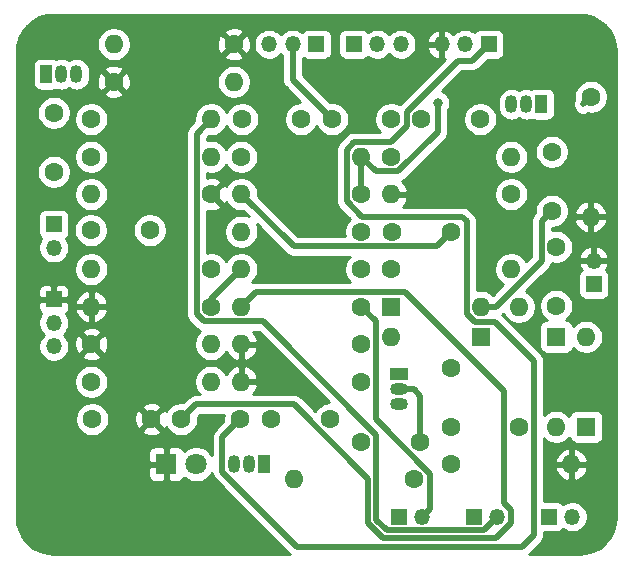
<source format=gbr>
%TF.GenerationSoftware,KiCad,Pcbnew,(5.1.7)-1*%
%TF.CreationDate,2020-10-26T21:29:28-05:00*%
%TF.ProjectId,MuffPi,4d756666-5069-42e6-9b69-6361645f7063,rev?*%
%TF.SameCoordinates,Original*%
%TF.FileFunction,Copper,L2,Bot*%
%TF.FilePolarity,Positive*%
%FSLAX46Y46*%
G04 Gerber Fmt 4.6, Leading zero omitted, Abs format (unit mm)*
G04 Created by KiCad (PCBNEW (5.1.7)-1) date 2020-10-26 21:29:28*
%MOMM*%
%LPD*%
G01*
G04 APERTURE LIST*
%TA.AperFunction,ComponentPad*%
%ADD10R,1.350000X1.350000*%
%TD*%
%TA.AperFunction,ComponentPad*%
%ADD11O,1.350000X1.350000*%
%TD*%
%TA.AperFunction,ComponentPad*%
%ADD12C,1.600000*%
%TD*%
%TA.AperFunction,ComponentPad*%
%ADD13O,1.600000X1.600000*%
%TD*%
%TA.AperFunction,ComponentPad*%
%ADD14R,1.600000X1.600000*%
%TD*%
%TA.AperFunction,ComponentPad*%
%ADD15R,1.800000X1.800000*%
%TD*%
%TA.AperFunction,ComponentPad*%
%ADD16C,1.800000*%
%TD*%
%TA.AperFunction,ComponentPad*%
%ADD17O,1.050000X1.500000*%
%TD*%
%TA.AperFunction,ComponentPad*%
%ADD18R,1.050000X1.500000*%
%TD*%
%TA.AperFunction,ComponentPad*%
%ADD19R,1.500000X1.050000*%
%TD*%
%TA.AperFunction,ComponentPad*%
%ADD20O,1.500000X1.050000*%
%TD*%
%TA.AperFunction,ViaPad*%
%ADD21C,0.800000*%
%TD*%
%TA.AperFunction,Conductor*%
%ADD22C,0.500000*%
%TD*%
%TA.AperFunction,Conductor*%
%ADD23C,0.254000*%
%TD*%
%TA.AperFunction,Conductor*%
%ADD24C,0.100000*%
%TD*%
G04 APERTURE END LIST*
D10*
%TO.P,SW3,1*%
%TO.N,Net-(SW3-Pad1)*%
X148590000Y-106680000D03*
D11*
%TO.P,SW3,2*%
%TO.N,Net-(J2-Pad1)*%
X150590000Y-106680000D03*
%TD*%
D12*
%TO.P,R20,1*%
%TO.N,Net-(C12-Pad2)*%
X120015000Y-88900000D03*
D13*
%TO.P,R20,2*%
%TO.N,GND*%
X109855000Y-88900000D03*
%TD*%
D10*
%TO.P,BT1,1*%
%TO.N,Net-(BT1-Pad1)*%
X106680000Y-81915000D03*
D11*
%TO.P,BT1,2*%
%TO.N,Net-(BT1-Pad2)*%
X106680000Y-83915000D03*
%TD*%
D12*
%TO.P,C1,1*%
%TO.N,Net-(C1-Pad1)*%
X106680000Y-77470000D03*
%TO.P,C1,2*%
%TO.N,Net-(C1-Pad2)*%
X106680000Y-72470000D03*
%TD*%
%TO.P,C2,2*%
%TO.N,Net-(C1-Pad1)*%
X109808000Y-82423000D03*
%TO.P,C2,1*%
%TO.N,Net-(C2-Pad1)*%
X114808000Y-82423000D03*
%TD*%
%TO.P,C3,1*%
%TO.N,Net-(C3-Pad1)*%
X127635000Y-73025000D03*
%TO.P,C3,2*%
%TO.N,Net-(C2-Pad1)*%
X122635000Y-73025000D03*
%TD*%
%TO.P,C4,1*%
%TO.N,Net-(C4-Pad1)*%
X135255000Y-73025000D03*
%TO.P,C4,2*%
%TO.N,Net-(C4-Pad2)*%
X130255000Y-73025000D03*
%TD*%
%TO.P,C5,2*%
%TO.N,Net-(C5-Pad2)*%
X148844000Y-75772000D03*
%TO.P,C5,1*%
%TO.N,Net-(C5-Pad1)*%
X148844000Y-80772000D03*
%TD*%
%TO.P,C6,1*%
%TO.N,Net-(C6-Pad1)*%
X140335000Y-82550000D03*
%TO.P,C6,2*%
%TO.N,Net-(C5-Pad2)*%
X135335000Y-82550000D03*
%TD*%
%TO.P,C7,2*%
%TO.N,Net-(C6-Pad1)*%
X140335000Y-94060000D03*
%TO.P,C7,1*%
%TO.N,Net-(C7-Pad1)*%
X140335000Y-99060000D03*
%TD*%
%TO.P,C8,1*%
%TO.N,Net-(C8-Pad1)*%
X149225000Y-83820000D03*
%TO.P,C8,2*%
%TO.N,Net-(C8-Pad2)*%
X149225000Y-88820000D03*
%TD*%
%TO.P,C9,1*%
%TO.N,Net-(C10-Pad2)*%
X132715000Y-100330000D03*
%TO.P,C9,2*%
%TO.N,Net-(C8-Pad2)*%
X137715000Y-100330000D03*
%TD*%
%TO.P,C10,2*%
%TO.N,Net-(C10-Pad2)*%
X130095000Y-98425000D03*
%TO.P,C10,1*%
%TO.N,Net-(C10-Pad1)*%
X125095000Y-98425000D03*
%TD*%
%TO.P,C11,1*%
%TO.N,GND*%
X114935000Y-98425000D03*
%TO.P,C11,2*%
%TO.N,Net-(C11-Pad2)*%
X109935000Y-98425000D03*
%TD*%
%TO.P,C12,2*%
%TO.N,Net-(C12-Pad2)*%
X142795000Y-73025000D03*
%TO.P,C12,1*%
%TO.N,Net-(C12-Pad1)*%
X137795000Y-73025000D03*
%TD*%
%TO.P,C13,2*%
%TO.N,Net-(C13-Pad2)*%
X122475000Y-98425000D03*
%TO.P,C13,1*%
%TO.N,Net-(C13-Pad1)*%
X117475000Y-98425000D03*
%TD*%
D13*
%TO.P,D1,2*%
%TO.N,Net-(C5-Pad1)*%
X142875000Y-88900000D03*
D14*
%TO.P,D1,1*%
%TO.N,Net-(C6-Pad1)*%
X135255000Y-88900000D03*
%TD*%
%TO.P,D2,1*%
%TO.N,Net-(C5-Pad1)*%
X142875000Y-91440000D03*
D13*
%TO.P,D2,2*%
%TO.N,Net-(C6-Pad1)*%
X135255000Y-91440000D03*
%TD*%
%TO.P,D3,2*%
%TO.N,Net-(C8-Pad1)*%
X151765000Y-91440000D03*
D14*
%TO.P,D3,1*%
%TO.N,Net-(C10-Pad2)*%
X151765000Y-99060000D03*
%TD*%
%TO.P,D4,1*%
%TO.N,Net-(C8-Pad1)*%
X149225000Y-91440000D03*
D13*
%TO.P,D4,2*%
%TO.N,Net-(C10-Pad2)*%
X149225000Y-99060000D03*
%TD*%
D15*
%TO.P,D5,1*%
%TO.N,GND*%
X116205000Y-102235000D03*
D16*
%TO.P,D5,2*%
%TO.N,Net-(D5-Pad2)*%
X118745000Y-102235000D03*
%TD*%
D10*
%TO.P,J1,1*%
%TO.N,GND*%
X106680000Y-88265000D03*
D11*
%TO.P,J1,2*%
%TO.N,Net-(BT1-Pad2)*%
X106680000Y-90265000D03*
%TO.P,J1,3*%
%TO.N,Net-(J1-Pad3)*%
X106680000Y-92265000D03*
%TD*%
D10*
%TO.P,J2,1*%
%TO.N,Net-(J2-Pad1)*%
X152400000Y-86995000D03*
D11*
%TO.P,J2,2*%
%TO.N,GND*%
X152400000Y-84995000D03*
%TD*%
D17*
%TO.P,Q1,2*%
%TO.N,Net-(C1-Pad1)*%
X107315000Y-69215000D03*
%TO.P,Q1,3*%
%TO.N,Net-(C2-Pad1)*%
X108585000Y-69215000D03*
D18*
%TO.P,Q1,1*%
%TO.N,Net-(Q1-Pad1)*%
X106045000Y-69215000D03*
%TD*%
%TO.P,Q2,1*%
%TO.N,Net-(Q2-Pad1)*%
X147955000Y-71755000D03*
D17*
%TO.P,Q2,3*%
%TO.N,Net-(C6-Pad1)*%
X145415000Y-71755000D03*
%TO.P,Q2,2*%
%TO.N,Net-(C5-Pad2)*%
X146685000Y-71755000D03*
%TD*%
D19*
%TO.P,Q3,1*%
%TO.N,Net-(Q3-Pad1)*%
X135890000Y-94615000D03*
D20*
%TO.P,Q3,3*%
%TO.N,Net-(C10-Pad2)*%
X135890000Y-97155000D03*
%TO.P,Q3,2*%
%TO.N,Net-(C8-Pad2)*%
X135890000Y-95885000D03*
%TD*%
D17*
%TO.P,Q4,2*%
%TO.N,Net-(C12-Pad2)*%
X123190000Y-102235000D03*
%TO.P,Q4,3*%
%TO.N,Net-(C13-Pad1)*%
X121920000Y-102235000D03*
D18*
%TO.P,Q4,1*%
%TO.N,Net-(Q4-Pad1)*%
X124460000Y-102235000D03*
%TD*%
D13*
%TO.P,R1,2*%
%TO.N,Net-(R1-Pad2)*%
X120015000Y-73025000D03*
D12*
%TO.P,R1,1*%
%TO.N,Net-(C1-Pad2)*%
X109855000Y-73025000D03*
%TD*%
D13*
%TO.P,R2,2*%
%TO.N,Net-(C1-Pad1)*%
X109855000Y-79375000D03*
D12*
%TO.P,R2,1*%
%TO.N,GND*%
X120015000Y-79375000D03*
%TD*%
D13*
%TO.P,R3,2*%
%TO.N,Net-(C2-Pad1)*%
X120015000Y-76200000D03*
D12*
%TO.P,R3,1*%
%TO.N,Net-(C1-Pad1)*%
X109855000Y-76200000D03*
%TD*%
D13*
%TO.P,R4,2*%
%TO.N,Net-(BT1-Pad1)*%
X132715000Y-76200000D03*
D12*
%TO.P,R4,1*%
%TO.N,Net-(C2-Pad1)*%
X122555000Y-76200000D03*
%TD*%
%TO.P,R5,1*%
%TO.N,GND*%
X121920000Y-66675000D03*
D13*
%TO.P,R5,2*%
%TO.N,Net-(Q1-Pad1)*%
X111760000Y-66675000D03*
%TD*%
D12*
%TO.P,R6,1*%
%TO.N,GND*%
X111760000Y-69850000D03*
D13*
%TO.P,R6,2*%
%TO.N,Net-(R6-Pad2)*%
X121920000Y-69850000D03*
%TD*%
D12*
%TO.P,R7,1*%
%TO.N,Net-(C4-Pad1)*%
X135255000Y-76200000D03*
D13*
%TO.P,R7,2*%
%TO.N,Net-(C5-Pad2)*%
X145415000Y-76200000D03*
%TD*%
%TO.P,R8,2*%
%TO.N,GND*%
X135255000Y-79375000D03*
D12*
%TO.P,R8,1*%
%TO.N,Net-(C5-Pad2)*%
X145415000Y-79375000D03*
%TD*%
D13*
%TO.P,R9,2*%
%TO.N,Net-(C6-Pad1)*%
X145415000Y-85725000D03*
D12*
%TO.P,R9,1*%
%TO.N,Net-(C5-Pad2)*%
X135255000Y-85725000D03*
%TD*%
%TO.P,R10,1*%
%TO.N,Net-(BT1-Pad1)*%
X132715000Y-79375000D03*
D13*
%TO.P,R10,2*%
%TO.N,Net-(C6-Pad1)*%
X122555000Y-79375000D03*
%TD*%
D12*
%TO.P,R11,1*%
%TO.N,Net-(Q2-Pad1)*%
X152146000Y-71120000D03*
D13*
%TO.P,R11,2*%
%TO.N,GND*%
X152146000Y-81280000D03*
%TD*%
D12*
%TO.P,R12,1*%
%TO.N,Net-(C7-Pad1)*%
X146050000Y-99060000D03*
D13*
%TO.P,R12,2*%
%TO.N,Net-(C8-Pad2)*%
X146050000Y-88900000D03*
%TD*%
%TO.P,R13,2*%
%TO.N,GND*%
X122555000Y-95250000D03*
D12*
%TO.P,R13,1*%
%TO.N,Net-(C8-Pad2)*%
X132715000Y-95250000D03*
%TD*%
D13*
%TO.P,R14,2*%
%TO.N,Net-(C10-Pad2)*%
X127000000Y-103505000D03*
D12*
%TO.P,R14,1*%
%TO.N,Net-(C8-Pad2)*%
X137160000Y-103505000D03*
%TD*%
D13*
%TO.P,R15,2*%
%TO.N,GND*%
X122555000Y-92075000D03*
D12*
%TO.P,R15,1*%
%TO.N,Net-(Q3-Pad1)*%
X132715000Y-92075000D03*
%TD*%
%TO.P,R16,1*%
%TO.N,Net-(BT1-Pad1)*%
X132715000Y-82550000D03*
D13*
%TO.P,R16,2*%
%TO.N,Net-(C10-Pad2)*%
X122555000Y-82550000D03*
%TD*%
%TO.P,R17,2*%
%TO.N,Net-(C11-Pad2)*%
X109855000Y-85725000D03*
D12*
%TO.P,R17,1*%
%TO.N,Net-(C10-Pad2)*%
X120015000Y-85725000D03*
%TD*%
%TO.P,R18,1*%
%TO.N,GND*%
X109855000Y-92075000D03*
D13*
%TO.P,R18,2*%
%TO.N,Net-(C10-Pad1)*%
X120015000Y-92075000D03*
%TD*%
%TO.P,R19,2*%
%TO.N,Net-(C12-Pad2)*%
X122555000Y-85725000D03*
D12*
%TO.P,R19,1*%
%TO.N,Net-(BT1-Pad1)*%
X132715000Y-85725000D03*
%TD*%
%TO.P,R21,1*%
%TO.N,Net-(BT1-Pad1)*%
X132715000Y-88900000D03*
D13*
%TO.P,R21,2*%
%TO.N,Net-(C13-Pad1)*%
X122555000Y-88900000D03*
%TD*%
D12*
%TO.P,R22,1*%
%TO.N,Net-(Q4-Pad1)*%
X140335000Y-102235000D03*
D13*
%TO.P,R22,2*%
%TO.N,GND*%
X150495000Y-102235000D03*
%TD*%
D12*
%TO.P,R23,1*%
%TO.N,Net-(R23-Pad1)*%
X109855000Y-95250000D03*
D13*
%TO.P,R23,2*%
%TO.N,Net-(D5-Pad2)*%
X120015000Y-95250000D03*
%TD*%
D11*
%TO.P,SUST1,3*%
%TO.N,Net-(R6-Pad2)*%
X124905000Y-66675000D03*
%TO.P,SUST1,2*%
%TO.N,Net-(C4-Pad2)*%
X126905000Y-66675000D03*
D10*
%TO.P,SUST1,1*%
%TO.N,Net-(C3-Pad1)*%
X128905000Y-66675000D03*
%TD*%
D11*
%TO.P,SW1,2*%
%TO.N,Net-(BT1-Pad1)*%
X137890000Y-106680000D03*
D10*
%TO.P,SW1,1*%
%TO.N,Net-(R23-Pad1)*%
X135890000Y-106680000D03*
%TD*%
D11*
%TO.P,SW2,2*%
%TO.N,Net-(R1-Pad2)*%
X144240000Y-106680000D03*
D10*
%TO.P,SW2,1*%
%TO.N,Net-(J1-Pad3)*%
X142240000Y-106680000D03*
%TD*%
D11*
%TO.P,TONE1,3*%
%TO.N,Net-(C11-Pad2)*%
X136080000Y-66675000D03*
%TO.P,TONE1,2*%
%TO.N,Net-(C12-Pad1)*%
X134080000Y-66675000D03*
D10*
%TO.P,TONE1,1*%
%TO.N,Net-(C10-Pad1)*%
X132080000Y-66675000D03*
%TD*%
%TO.P,VOL1,1*%
%TO.N,Net-(C13-Pad2)*%
X143510000Y-66675000D03*
D11*
%TO.P,VOL1,2*%
%TO.N,Net-(SW3-Pad1)*%
X141510000Y-66675000D03*
%TO.P,VOL1,3*%
%TO.N,GND*%
X139510000Y-66675000D03*
%TD*%
D21*
%TO.N,Net-(BT1-Pad1)*%
X139192000Y-71628000D03*
%TD*%
D22*
%TO.N,Net-(BT1-Pad1)*%
X133965001Y-90150001D02*
X132715000Y-88900000D01*
X138564999Y-103030001D02*
X133965001Y-98430003D01*
X133965001Y-98430003D02*
X133965001Y-90150001D01*
X138564999Y-106005001D02*
X138564999Y-103030001D01*
X137890000Y-106680000D02*
X138564999Y-106005001D01*
X132715000Y-79375000D02*
X132715000Y-76200000D01*
X133965001Y-77450001D02*
X132715000Y-76200000D01*
X135855001Y-77450001D02*
X133965001Y-77450001D01*
X139192000Y-74113002D02*
X135855001Y-77450001D01*
X139192000Y-71628000D02*
X139192000Y-74113002D01*
%TO.N,Net-(C4-Pad2)*%
X126905000Y-69675000D02*
X130255000Y-73025000D01*
X126905000Y-66675000D02*
X126905000Y-69675000D01*
%TO.N,Net-(C5-Pad1)*%
X147974999Y-81641001D02*
X148844000Y-80772000D01*
X147974999Y-85015003D02*
X147974999Y-81641001D01*
X144090002Y-88900000D02*
X147974999Y-85015003D01*
X142875000Y-88900000D02*
X144090002Y-88900000D01*
%TO.N,Net-(C6-Pad1)*%
X139084999Y-83800001D02*
X140335000Y-82550000D01*
X126980001Y-83800001D02*
X139084999Y-83800001D01*
X122555000Y-79375000D02*
X126980001Y-83800001D01*
%TO.N,Net-(C8-Pad2)*%
X137140000Y-95885000D02*
X135890000Y-95885000D01*
X137715000Y-96460000D02*
X137140000Y-95885000D01*
X137715000Y-100330000D02*
X137715000Y-96460000D01*
%TO.N,GND*%
X109010035Y-88900000D02*
X109855000Y-88900000D01*
%TO.N,Net-(C12-Pad2)*%
X120015000Y-88265000D02*
X122555000Y-85725000D01*
X120015000Y-88900000D02*
X120015000Y-88265000D01*
%TO.N,Net-(C13-Pad2)*%
X142314997Y-90189999D02*
X144035001Y-90189999D01*
X143510000Y-66675000D02*
X142113000Y-68072000D01*
X142113000Y-68072000D02*
X140897998Y-68072000D01*
X140897998Y-68072000D02*
X136544999Y-72424999D01*
X144035001Y-90189999D02*
X147300001Y-93454999D01*
X136544999Y-72424999D02*
X136544999Y-73625001D01*
X136544999Y-73625001D02*
X135220001Y-74949999D01*
X131464999Y-75599999D02*
X131464999Y-79975001D01*
X135220001Y-74949999D02*
X132114999Y-74949999D01*
X132114999Y-74949999D02*
X131464999Y-75599999D01*
X131464999Y-79975001D02*
X132789997Y-81299999D01*
X132789997Y-81299999D02*
X141243999Y-81299999D01*
X141243999Y-81299999D02*
X141624999Y-81680999D01*
X141624999Y-81680999D02*
X141624999Y-89500001D01*
X147300001Y-93454999D02*
X147300001Y-108223999D01*
X141624999Y-89500001D02*
X142314997Y-90189999D01*
X120944990Y-99955010D02*
X122475000Y-98425000D01*
X120944990Y-102863862D02*
X120944990Y-99955010D01*
X127286149Y-109205021D02*
X120944990Y-102863862D01*
X146318979Y-109205021D02*
X127286149Y-109205021D01*
X147300001Y-108223999D02*
X146318979Y-109205021D01*
%TO.N,Net-(C13-Pad1)*%
X118725001Y-97174999D02*
X117475000Y-98425000D01*
X133284990Y-107224955D02*
X133284990Y-103454990D01*
X127004999Y-97174999D02*
X118725001Y-97174999D01*
X134565046Y-108505011D02*
X133284990Y-107224955D01*
X144079991Y-108505011D02*
X134565046Y-108505011D01*
X145365001Y-107220001D02*
X144079991Y-108505011D01*
X145365001Y-106139999D02*
X145365001Y-107220001D01*
X144780001Y-105554999D02*
X145365001Y-106139999D01*
X136415001Y-87649999D02*
X144780001Y-96014999D01*
X133284990Y-103454990D02*
X127004999Y-97174999D01*
X123805001Y-87649999D02*
X136415001Y-87649999D01*
X144780001Y-96014999D02*
X144780001Y-105554999D01*
X122555000Y-88900000D02*
X123805001Y-87649999D01*
%TO.N,Net-(Q2-Pad1)*%
X151511000Y-71755000D02*
X152146000Y-71120000D01*
%TO.N,Net-(R1-Pad2)*%
X118764999Y-89500001D02*
X118764999Y-74275001D01*
X119414999Y-90150001D02*
X118764999Y-89500001D01*
X124385003Y-90150001D02*
X119414999Y-90150001D01*
X133985000Y-99749998D02*
X124385003Y-90150001D01*
X133985000Y-106935002D02*
X133985000Y-99749998D01*
X134854999Y-107805001D02*
X133985000Y-106935002D01*
X143114999Y-107805001D02*
X134854999Y-107805001D01*
X118764999Y-74275001D02*
X120015000Y-73025000D01*
X144240000Y-106680000D02*
X143114999Y-107805001D01*
%TD*%
D23*
%TO.N,GND*%
X151741222Y-64223096D02*
X152329164Y-64400606D01*
X152871436Y-64688937D01*
X153347364Y-65077094D01*
X153738845Y-65550314D01*
X154030951Y-66090552D01*
X154212563Y-66677244D01*
X154280000Y-67318879D01*
X154280001Y-106647711D01*
X154216904Y-107291221D01*
X154039394Y-107879164D01*
X153751063Y-108421436D01*
X153362906Y-108897364D01*
X152889686Y-109288845D01*
X152349449Y-109580950D01*
X151762756Y-109762563D01*
X151121130Y-109830000D01*
X146950946Y-109830000D01*
X146975513Y-109800065D01*
X147895050Y-108880529D01*
X147928818Y-108852816D01*
X147961262Y-108813284D01*
X148039412Y-108718058D01*
X148121590Y-108564313D01*
X148172196Y-108397489D01*
X148175476Y-108364182D01*
X148185001Y-108267476D01*
X148185001Y-108267468D01*
X148189282Y-108223999D01*
X148185001Y-108180530D01*
X148185001Y-107993072D01*
X149265000Y-107993072D01*
X149389482Y-107980812D01*
X149509180Y-107944502D01*
X149619494Y-107885537D01*
X149716185Y-107806185D01*
X149787487Y-107719303D01*
X149969482Y-107840907D01*
X150207887Y-107939658D01*
X150460976Y-107990000D01*
X150719024Y-107990000D01*
X150972113Y-107939658D01*
X151210518Y-107840907D01*
X151425077Y-107697544D01*
X151607544Y-107515077D01*
X151750907Y-107300518D01*
X151849658Y-107062113D01*
X151900000Y-106809024D01*
X151900000Y-106550976D01*
X151849658Y-106297887D01*
X151750907Y-106059482D01*
X151607544Y-105844923D01*
X151425077Y-105662456D01*
X151210518Y-105519093D01*
X150972113Y-105420342D01*
X150719024Y-105370000D01*
X150460976Y-105370000D01*
X150207887Y-105420342D01*
X149969482Y-105519093D01*
X149787487Y-105640697D01*
X149716185Y-105553815D01*
X149619494Y-105474463D01*
X149509180Y-105415498D01*
X149389482Y-105379188D01*
X149265000Y-105366928D01*
X148185001Y-105366928D01*
X148185001Y-102584039D01*
X149103096Y-102584039D01*
X149143754Y-102718087D01*
X149263963Y-102972420D01*
X149431481Y-103198414D01*
X149639869Y-103387385D01*
X149881119Y-103532070D01*
X150145960Y-103626909D01*
X150368000Y-103505624D01*
X150368000Y-102362000D01*
X150622000Y-102362000D01*
X150622000Y-103505624D01*
X150844040Y-103626909D01*
X151108881Y-103532070D01*
X151350131Y-103387385D01*
X151558519Y-103198414D01*
X151726037Y-102972420D01*
X151846246Y-102718087D01*
X151886904Y-102584039D01*
X151764915Y-102362000D01*
X150622000Y-102362000D01*
X150368000Y-102362000D01*
X149225085Y-102362000D01*
X149103096Y-102584039D01*
X148185001Y-102584039D01*
X148185001Y-101885961D01*
X149103096Y-101885961D01*
X149225085Y-102108000D01*
X150368000Y-102108000D01*
X150368000Y-100964376D01*
X150622000Y-100964376D01*
X150622000Y-102108000D01*
X151764915Y-102108000D01*
X151886904Y-101885961D01*
X151846246Y-101751913D01*
X151726037Y-101497580D01*
X151558519Y-101271586D01*
X151350131Y-101082615D01*
X151108881Y-100937930D01*
X150844040Y-100843091D01*
X150622000Y-100964376D01*
X150368000Y-100964376D01*
X150145960Y-100843091D01*
X149881119Y-100937930D01*
X149639869Y-101082615D01*
X149431481Y-101271586D01*
X149263963Y-101497580D01*
X149143754Y-101751913D01*
X149103096Y-101885961D01*
X148185001Y-101885961D01*
X148185001Y-100049397D01*
X148310241Y-100174637D01*
X148545273Y-100331680D01*
X148806426Y-100439853D01*
X149083665Y-100495000D01*
X149366335Y-100495000D01*
X149643574Y-100439853D01*
X149904727Y-100331680D01*
X150139759Y-100174637D01*
X150338357Y-99976039D01*
X150339188Y-99984482D01*
X150375498Y-100104180D01*
X150434463Y-100214494D01*
X150513815Y-100311185D01*
X150610506Y-100390537D01*
X150720820Y-100449502D01*
X150840518Y-100485812D01*
X150965000Y-100498072D01*
X152565000Y-100498072D01*
X152689482Y-100485812D01*
X152809180Y-100449502D01*
X152919494Y-100390537D01*
X153016185Y-100311185D01*
X153095537Y-100214494D01*
X153154502Y-100104180D01*
X153190812Y-99984482D01*
X153203072Y-99860000D01*
X153203072Y-98260000D01*
X153190812Y-98135518D01*
X153154502Y-98015820D01*
X153095537Y-97905506D01*
X153016185Y-97808815D01*
X152919494Y-97729463D01*
X152809180Y-97670498D01*
X152689482Y-97634188D01*
X152565000Y-97621928D01*
X150965000Y-97621928D01*
X150840518Y-97634188D01*
X150720820Y-97670498D01*
X150610506Y-97729463D01*
X150513815Y-97808815D01*
X150434463Y-97905506D01*
X150375498Y-98015820D01*
X150339188Y-98135518D01*
X150338357Y-98143961D01*
X150139759Y-97945363D01*
X149904727Y-97788320D01*
X149643574Y-97680147D01*
X149366335Y-97625000D01*
X149083665Y-97625000D01*
X148806426Y-97680147D01*
X148545273Y-97788320D01*
X148310241Y-97945363D01*
X148185001Y-98070603D01*
X148185001Y-93498464D01*
X148189282Y-93454998D01*
X148185001Y-93411532D01*
X148185001Y-93411522D01*
X148172196Y-93281509D01*
X148121590Y-93114686D01*
X148039412Y-92960940D01*
X147979631Y-92888097D01*
X147956533Y-92859952D01*
X147956531Y-92859950D01*
X147928818Y-92826182D01*
X147895051Y-92798470D01*
X145736581Y-90640000D01*
X147786928Y-90640000D01*
X147786928Y-92240000D01*
X147799188Y-92364482D01*
X147835498Y-92484180D01*
X147894463Y-92594494D01*
X147973815Y-92691185D01*
X148070506Y-92770537D01*
X148180820Y-92829502D01*
X148300518Y-92865812D01*
X148425000Y-92878072D01*
X150025000Y-92878072D01*
X150149482Y-92865812D01*
X150269180Y-92829502D01*
X150379494Y-92770537D01*
X150476185Y-92691185D01*
X150555537Y-92594494D01*
X150614502Y-92484180D01*
X150650812Y-92364482D01*
X150651643Y-92356039D01*
X150850241Y-92554637D01*
X151085273Y-92711680D01*
X151346426Y-92819853D01*
X151623665Y-92875000D01*
X151906335Y-92875000D01*
X152183574Y-92819853D01*
X152444727Y-92711680D01*
X152679759Y-92554637D01*
X152879637Y-92354759D01*
X153036680Y-92119727D01*
X153144853Y-91858574D01*
X153200000Y-91581335D01*
X153200000Y-91298665D01*
X153144853Y-91021426D01*
X153036680Y-90760273D01*
X152879637Y-90525241D01*
X152679759Y-90325363D01*
X152444727Y-90168320D01*
X152183574Y-90060147D01*
X151906335Y-90005000D01*
X151623665Y-90005000D01*
X151346426Y-90060147D01*
X151085273Y-90168320D01*
X150850241Y-90325363D01*
X150651643Y-90523961D01*
X150650812Y-90515518D01*
X150614502Y-90395820D01*
X150555537Y-90285506D01*
X150476185Y-90188815D01*
X150379494Y-90109463D01*
X150269180Y-90050498D01*
X150149482Y-90014188D01*
X150037246Y-90003134D01*
X150139759Y-89934637D01*
X150339637Y-89734759D01*
X150496680Y-89499727D01*
X150604853Y-89238574D01*
X150660000Y-88961335D01*
X150660000Y-88678665D01*
X150604853Y-88401426D01*
X150496680Y-88140273D01*
X150339637Y-87905241D01*
X150139759Y-87705363D01*
X149904727Y-87548320D01*
X149643574Y-87440147D01*
X149366335Y-87385000D01*
X149083665Y-87385000D01*
X148806426Y-87440147D01*
X148545273Y-87548320D01*
X148310241Y-87705363D01*
X148110363Y-87905241D01*
X147953320Y-88140273D01*
X147845147Y-88401426D01*
X147790000Y-88678665D01*
X147790000Y-88961335D01*
X147845147Y-89238574D01*
X147953320Y-89499727D01*
X148110363Y-89734759D01*
X148310241Y-89934637D01*
X148412754Y-90003134D01*
X148300518Y-90014188D01*
X148180820Y-90050498D01*
X148070506Y-90109463D01*
X147973815Y-90188815D01*
X147894463Y-90285506D01*
X147835498Y-90395820D01*
X147799188Y-90515518D01*
X147786928Y-90640000D01*
X145736581Y-90640000D01*
X144691535Y-89594955D01*
X144670082Y-89568815D01*
X144718819Y-89528817D01*
X144744348Y-89497710D01*
X144778320Y-89579727D01*
X144935363Y-89814759D01*
X145135241Y-90014637D01*
X145370273Y-90171680D01*
X145631426Y-90279853D01*
X145908665Y-90335000D01*
X146191335Y-90335000D01*
X146468574Y-90279853D01*
X146729727Y-90171680D01*
X146964759Y-90014637D01*
X147164637Y-89814759D01*
X147321680Y-89579727D01*
X147429853Y-89318574D01*
X147485000Y-89041335D01*
X147485000Y-88758665D01*
X147429853Y-88481426D01*
X147321680Y-88220273D01*
X147164637Y-87985241D01*
X146964759Y-87785363D01*
X146729727Y-87628320D01*
X146647373Y-87594208D01*
X147921580Y-86320000D01*
X151086928Y-86320000D01*
X151086928Y-87670000D01*
X151099188Y-87794482D01*
X151135498Y-87914180D01*
X151194463Y-88024494D01*
X151273815Y-88121185D01*
X151370506Y-88200537D01*
X151480820Y-88259502D01*
X151600518Y-88295812D01*
X151725000Y-88308072D01*
X153075000Y-88308072D01*
X153199482Y-88295812D01*
X153319180Y-88259502D01*
X153429494Y-88200537D01*
X153526185Y-88121185D01*
X153605537Y-88024494D01*
X153664502Y-87914180D01*
X153700812Y-87794482D01*
X153713072Y-87670000D01*
X153713072Y-86320000D01*
X153700812Y-86195518D01*
X153664502Y-86075820D01*
X153605537Y-85965506D01*
X153526185Y-85868815D01*
X153432441Y-85791881D01*
X153529473Y-85658629D01*
X153637238Y-85425528D01*
X153667910Y-85324400D01*
X153544224Y-85122000D01*
X152527000Y-85122000D01*
X152527000Y-85142000D01*
X152273000Y-85142000D01*
X152273000Y-85122000D01*
X151255776Y-85122000D01*
X151132090Y-85324400D01*
X151162762Y-85425528D01*
X151270527Y-85658629D01*
X151367559Y-85791881D01*
X151273815Y-85868815D01*
X151194463Y-85965506D01*
X151135498Y-86075820D01*
X151099188Y-86195518D01*
X151086928Y-86320000D01*
X147921580Y-86320000D01*
X148570049Y-85671531D01*
X148603816Y-85643820D01*
X148653185Y-85583665D01*
X148714409Y-85509063D01*
X148714410Y-85509062D01*
X148796588Y-85355316D01*
X148841624Y-85206854D01*
X149083665Y-85255000D01*
X149366335Y-85255000D01*
X149643574Y-85199853D01*
X149904727Y-85091680D01*
X150139759Y-84934637D01*
X150339637Y-84734759D01*
X150385847Y-84665600D01*
X151132090Y-84665600D01*
X151255776Y-84868000D01*
X152273000Y-84868000D01*
X152273000Y-83849915D01*
X152527000Y-83849915D01*
X152527000Y-84868000D01*
X153544224Y-84868000D01*
X153667910Y-84665600D01*
X153637238Y-84564472D01*
X153529473Y-84331371D01*
X153378303Y-84123773D01*
X153189537Y-83949656D01*
X152970430Y-83815711D01*
X152729401Y-83727085D01*
X152527000Y-83849915D01*
X152273000Y-83849915D01*
X152070599Y-83727085D01*
X151829570Y-83815711D01*
X151610463Y-83949656D01*
X151421697Y-84123773D01*
X151270527Y-84331371D01*
X151162762Y-84564472D01*
X151132090Y-84665600D01*
X150385847Y-84665600D01*
X150496680Y-84499727D01*
X150604853Y-84238574D01*
X150660000Y-83961335D01*
X150660000Y-83678665D01*
X150604853Y-83401426D01*
X150496680Y-83140273D01*
X150339637Y-82905241D01*
X150139759Y-82705363D01*
X149904727Y-82548320D01*
X149643574Y-82440147D01*
X149366335Y-82385000D01*
X149083665Y-82385000D01*
X148859999Y-82429491D01*
X148859999Y-82207000D01*
X148985335Y-82207000D01*
X149262574Y-82151853D01*
X149523727Y-82043680D01*
X149758759Y-81886637D01*
X149958637Y-81686759D01*
X149997203Y-81629040D01*
X150754091Y-81629040D01*
X150848930Y-81893881D01*
X150993615Y-82135131D01*
X151182586Y-82343519D01*
X151408580Y-82511037D01*
X151662913Y-82631246D01*
X151796961Y-82671904D01*
X152019000Y-82549915D01*
X152019000Y-81407000D01*
X152273000Y-81407000D01*
X152273000Y-82549915D01*
X152495039Y-82671904D01*
X152629087Y-82631246D01*
X152883420Y-82511037D01*
X153109414Y-82343519D01*
X153298385Y-82135131D01*
X153443070Y-81893881D01*
X153537909Y-81629040D01*
X153416624Y-81407000D01*
X152273000Y-81407000D01*
X152019000Y-81407000D01*
X150875376Y-81407000D01*
X150754091Y-81629040D01*
X149997203Y-81629040D01*
X150115680Y-81451727D01*
X150223853Y-81190574D01*
X150275494Y-80930960D01*
X150754091Y-80930960D01*
X150875376Y-81153000D01*
X152019000Y-81153000D01*
X152019000Y-80010085D01*
X152273000Y-80010085D01*
X152273000Y-81153000D01*
X153416624Y-81153000D01*
X153537909Y-80930960D01*
X153443070Y-80666119D01*
X153298385Y-80424869D01*
X153109414Y-80216481D01*
X152883420Y-80048963D01*
X152629087Y-79928754D01*
X152495039Y-79888096D01*
X152273000Y-80010085D01*
X152019000Y-80010085D01*
X151796961Y-79888096D01*
X151662913Y-79928754D01*
X151408580Y-80048963D01*
X151182586Y-80216481D01*
X150993615Y-80424869D01*
X150848930Y-80666119D01*
X150754091Y-80930960D01*
X150275494Y-80930960D01*
X150279000Y-80913335D01*
X150279000Y-80630665D01*
X150223853Y-80353426D01*
X150115680Y-80092273D01*
X149958637Y-79857241D01*
X149758759Y-79657363D01*
X149523727Y-79500320D01*
X149262574Y-79392147D01*
X148985335Y-79337000D01*
X148702665Y-79337000D01*
X148425426Y-79392147D01*
X148164273Y-79500320D01*
X147929241Y-79657363D01*
X147729363Y-79857241D01*
X147572320Y-80092273D01*
X147464147Y-80353426D01*
X147409000Y-80630665D01*
X147409000Y-80913335D01*
X147415983Y-80948439D01*
X147379950Y-80984472D01*
X147346183Y-81012184D01*
X147318470Y-81045952D01*
X147318467Y-81045955D01*
X147235589Y-81146942D01*
X147153411Y-81300688D01*
X147102804Y-81467511D01*
X147085718Y-81641001D01*
X147090000Y-81684480D01*
X147089999Y-84648424D01*
X146688575Y-85049848D01*
X146686680Y-85045273D01*
X146529637Y-84810241D01*
X146329759Y-84610363D01*
X146094727Y-84453320D01*
X145833574Y-84345147D01*
X145556335Y-84290000D01*
X145273665Y-84290000D01*
X144996426Y-84345147D01*
X144735273Y-84453320D01*
X144500241Y-84610363D01*
X144300363Y-84810241D01*
X144143320Y-85045273D01*
X144035147Y-85306426D01*
X143980000Y-85583665D01*
X143980000Y-85866335D01*
X144035147Y-86143574D01*
X144143320Y-86404727D01*
X144300363Y-86639759D01*
X144500241Y-86839637D01*
X144735273Y-86996680D01*
X144739848Y-86998575D01*
X143871410Y-87867014D01*
X143789759Y-87785363D01*
X143554727Y-87628320D01*
X143293574Y-87520147D01*
X143016335Y-87465000D01*
X142733665Y-87465000D01*
X142509999Y-87509491D01*
X142509999Y-81724464D01*
X142514280Y-81680998D01*
X142509999Y-81637532D01*
X142509999Y-81637522D01*
X142497194Y-81507509D01*
X142446588Y-81340686D01*
X142364410Y-81186940D01*
X142253816Y-81052182D01*
X142220044Y-81024466D01*
X141900533Y-80704955D01*
X141872816Y-80671182D01*
X141738058Y-80560588D01*
X141584312Y-80478410D01*
X141417489Y-80427804D01*
X141287476Y-80414999D01*
X141287468Y-80414999D01*
X141243999Y-80410718D01*
X141200530Y-80414999D01*
X136234065Y-80414999D01*
X136318519Y-80338414D01*
X136486037Y-80112420D01*
X136606246Y-79858087D01*
X136646904Y-79724039D01*
X136524915Y-79502000D01*
X135382000Y-79502000D01*
X135382000Y-79522000D01*
X135128000Y-79522000D01*
X135128000Y-79502000D01*
X135108000Y-79502000D01*
X135108000Y-79248000D01*
X135128000Y-79248000D01*
X135128000Y-79228000D01*
X135382000Y-79228000D01*
X135382000Y-79248000D01*
X136524915Y-79248000D01*
X136532790Y-79233665D01*
X143980000Y-79233665D01*
X143980000Y-79516335D01*
X144035147Y-79793574D01*
X144143320Y-80054727D01*
X144300363Y-80289759D01*
X144500241Y-80489637D01*
X144735273Y-80646680D01*
X144996426Y-80754853D01*
X145273665Y-80810000D01*
X145556335Y-80810000D01*
X145833574Y-80754853D01*
X146094727Y-80646680D01*
X146329759Y-80489637D01*
X146529637Y-80289759D01*
X146686680Y-80054727D01*
X146794853Y-79793574D01*
X146850000Y-79516335D01*
X146850000Y-79233665D01*
X146794853Y-78956426D01*
X146686680Y-78695273D01*
X146529637Y-78460241D01*
X146329759Y-78260363D01*
X146094727Y-78103320D01*
X145833574Y-77995147D01*
X145556335Y-77940000D01*
X145273665Y-77940000D01*
X144996426Y-77995147D01*
X144735273Y-78103320D01*
X144500241Y-78260363D01*
X144300363Y-78460241D01*
X144143320Y-78695273D01*
X144035147Y-78956426D01*
X143980000Y-79233665D01*
X136532790Y-79233665D01*
X136646904Y-79025961D01*
X136606246Y-78891913D01*
X136486037Y-78637580D01*
X136318519Y-78411586D01*
X136171953Y-78278677D01*
X136195314Y-78271590D01*
X136349060Y-78189412D01*
X136483818Y-78078818D01*
X136511535Y-78045045D01*
X138497915Y-76058665D01*
X143980000Y-76058665D01*
X143980000Y-76341335D01*
X144035147Y-76618574D01*
X144143320Y-76879727D01*
X144300363Y-77114759D01*
X144500241Y-77314637D01*
X144735273Y-77471680D01*
X144996426Y-77579853D01*
X145273665Y-77635000D01*
X145556335Y-77635000D01*
X145833574Y-77579853D01*
X146094727Y-77471680D01*
X146329759Y-77314637D01*
X146529637Y-77114759D01*
X146686680Y-76879727D01*
X146794853Y-76618574D01*
X146850000Y-76341335D01*
X146850000Y-76058665D01*
X146794853Y-75781426D01*
X146732406Y-75630665D01*
X147409000Y-75630665D01*
X147409000Y-75913335D01*
X147464147Y-76190574D01*
X147572320Y-76451727D01*
X147729363Y-76686759D01*
X147929241Y-76886637D01*
X148164273Y-77043680D01*
X148425426Y-77151853D01*
X148702665Y-77207000D01*
X148985335Y-77207000D01*
X149262574Y-77151853D01*
X149523727Y-77043680D01*
X149758759Y-76886637D01*
X149958637Y-76686759D01*
X150115680Y-76451727D01*
X150223853Y-76190574D01*
X150279000Y-75913335D01*
X150279000Y-75630665D01*
X150223853Y-75353426D01*
X150115680Y-75092273D01*
X149958637Y-74857241D01*
X149758759Y-74657363D01*
X149523727Y-74500320D01*
X149262574Y-74392147D01*
X148985335Y-74337000D01*
X148702665Y-74337000D01*
X148425426Y-74392147D01*
X148164273Y-74500320D01*
X147929241Y-74657363D01*
X147729363Y-74857241D01*
X147572320Y-75092273D01*
X147464147Y-75353426D01*
X147409000Y-75630665D01*
X146732406Y-75630665D01*
X146686680Y-75520273D01*
X146529637Y-75285241D01*
X146329759Y-75085363D01*
X146094727Y-74928320D01*
X145833574Y-74820147D01*
X145556335Y-74765000D01*
X145273665Y-74765000D01*
X144996426Y-74820147D01*
X144735273Y-74928320D01*
X144500241Y-75085363D01*
X144300363Y-75285241D01*
X144143320Y-75520273D01*
X144035147Y-75781426D01*
X143980000Y-76058665D01*
X138497915Y-76058665D01*
X139787049Y-74769532D01*
X139820817Y-74741819D01*
X139931411Y-74607061D01*
X140013589Y-74453315D01*
X140064195Y-74286492D01*
X140077000Y-74156479D01*
X140077000Y-74156469D01*
X140081281Y-74113003D01*
X140077000Y-74069537D01*
X140077000Y-72883665D01*
X141360000Y-72883665D01*
X141360000Y-73166335D01*
X141415147Y-73443574D01*
X141523320Y-73704727D01*
X141680363Y-73939759D01*
X141880241Y-74139637D01*
X142115273Y-74296680D01*
X142376426Y-74404853D01*
X142653665Y-74460000D01*
X142936335Y-74460000D01*
X143213574Y-74404853D01*
X143474727Y-74296680D01*
X143709759Y-74139637D01*
X143909637Y-73939759D01*
X144066680Y-73704727D01*
X144174853Y-73443574D01*
X144230000Y-73166335D01*
X144230000Y-72883665D01*
X144174853Y-72606426D01*
X144066680Y-72345273D01*
X143909637Y-72110241D01*
X143709759Y-71910363D01*
X143474727Y-71753320D01*
X143213574Y-71645147D01*
X142936335Y-71590000D01*
X142653665Y-71590000D01*
X142376426Y-71645147D01*
X142115273Y-71753320D01*
X141880241Y-71910363D01*
X141680363Y-72110241D01*
X141523320Y-72345273D01*
X141415147Y-72606426D01*
X141360000Y-72883665D01*
X140077000Y-72883665D01*
X140077000Y-72166454D01*
X140109205Y-72118256D01*
X140187226Y-71929898D01*
X140227000Y-71729939D01*
X140227000Y-71526061D01*
X140216450Y-71473021D01*
X144255000Y-71473021D01*
X144255000Y-72036978D01*
X144271785Y-72207399D01*
X144338115Y-72426059D01*
X144445829Y-72627578D01*
X144590788Y-72804212D01*
X144767421Y-72949171D01*
X144968940Y-73056885D01*
X145187600Y-73123215D01*
X145415000Y-73145612D01*
X145642399Y-73123215D01*
X145861059Y-73056885D01*
X146050000Y-72955894D01*
X146238940Y-73056885D01*
X146457600Y-73123215D01*
X146685000Y-73145612D01*
X146912399Y-73123215D01*
X147121098Y-73059907D01*
X147185820Y-73094502D01*
X147305518Y-73130812D01*
X147430000Y-73143072D01*
X148480000Y-73143072D01*
X148604482Y-73130812D01*
X148724180Y-73094502D01*
X148834494Y-73035537D01*
X148931185Y-72956185D01*
X149010537Y-72859494D01*
X149069502Y-72749180D01*
X149105812Y-72629482D01*
X149118072Y-72505000D01*
X149118072Y-71755000D01*
X150621719Y-71755000D01*
X150638805Y-71928490D01*
X150689412Y-72095313D01*
X150771590Y-72249059D01*
X150882183Y-72383817D01*
X151016941Y-72494410D01*
X151170687Y-72576588D01*
X151337510Y-72627195D01*
X151511000Y-72644281D01*
X151684490Y-72627195D01*
X151851313Y-72576588D01*
X151922339Y-72538624D01*
X152004665Y-72555000D01*
X152287335Y-72555000D01*
X152564574Y-72499853D01*
X152825727Y-72391680D01*
X153060759Y-72234637D01*
X153260637Y-72034759D01*
X153417680Y-71799727D01*
X153525853Y-71538574D01*
X153581000Y-71261335D01*
X153581000Y-70978665D01*
X153525853Y-70701426D01*
X153417680Y-70440273D01*
X153260637Y-70205241D01*
X153060759Y-70005363D01*
X152825727Y-69848320D01*
X152564574Y-69740147D01*
X152287335Y-69685000D01*
X152004665Y-69685000D01*
X151727426Y-69740147D01*
X151466273Y-69848320D01*
X151231241Y-70005363D01*
X151031363Y-70205241D01*
X150874320Y-70440273D01*
X150766147Y-70701426D01*
X150711000Y-70978665D01*
X150711000Y-71261335D01*
X150727376Y-71343661D01*
X150689412Y-71414687D01*
X150638805Y-71581510D01*
X150621719Y-71755000D01*
X149118072Y-71755000D01*
X149118072Y-71005000D01*
X149105812Y-70880518D01*
X149069502Y-70760820D01*
X149010537Y-70650506D01*
X148931185Y-70553815D01*
X148834494Y-70474463D01*
X148724180Y-70415498D01*
X148604482Y-70379188D01*
X148480000Y-70366928D01*
X147430000Y-70366928D01*
X147305518Y-70379188D01*
X147185820Y-70415498D01*
X147121098Y-70450093D01*
X146912400Y-70386785D01*
X146685000Y-70364388D01*
X146457601Y-70386785D01*
X146238941Y-70453115D01*
X146050001Y-70554106D01*
X145861060Y-70453115D01*
X145642400Y-70386785D01*
X145415000Y-70364388D01*
X145187601Y-70386785D01*
X144968941Y-70453115D01*
X144767422Y-70560829D01*
X144590789Y-70705788D01*
X144445830Y-70882421D01*
X144338115Y-71083940D01*
X144271785Y-71302600D01*
X144255000Y-71473021D01*
X140216450Y-71473021D01*
X140187226Y-71326102D01*
X140109205Y-71137744D01*
X139995937Y-70968226D01*
X139851774Y-70824063D01*
X139682256Y-70710795D01*
X139561006Y-70660571D01*
X141264577Y-68957000D01*
X142069531Y-68957000D01*
X142113000Y-68961281D01*
X142156469Y-68957000D01*
X142156477Y-68957000D01*
X142286490Y-68944195D01*
X142453313Y-68893589D01*
X142607059Y-68811411D01*
X142741817Y-68700817D01*
X142769534Y-68667044D01*
X143448507Y-67988072D01*
X144185000Y-67988072D01*
X144309482Y-67975812D01*
X144429180Y-67939502D01*
X144539494Y-67880537D01*
X144636185Y-67801185D01*
X144715537Y-67704494D01*
X144774502Y-67594180D01*
X144810812Y-67474482D01*
X144823072Y-67350000D01*
X144823072Y-66000000D01*
X144810812Y-65875518D01*
X144774502Y-65755820D01*
X144715537Y-65645506D01*
X144636185Y-65548815D01*
X144539494Y-65469463D01*
X144429180Y-65410498D01*
X144309482Y-65374188D01*
X144185000Y-65361928D01*
X142835000Y-65361928D01*
X142710518Y-65374188D01*
X142590820Y-65410498D01*
X142480506Y-65469463D01*
X142383815Y-65548815D01*
X142312513Y-65635697D01*
X142130518Y-65514093D01*
X141892113Y-65415342D01*
X141639024Y-65365000D01*
X141380976Y-65365000D01*
X141127887Y-65415342D01*
X140889482Y-65514093D01*
X140674923Y-65657456D01*
X140503319Y-65829060D01*
X140381227Y-65696697D01*
X140173629Y-65545527D01*
X139940528Y-65437762D01*
X139839400Y-65407090D01*
X139637000Y-65530776D01*
X139637000Y-66548000D01*
X139657000Y-66548000D01*
X139657000Y-66802000D01*
X139637000Y-66802000D01*
X139637000Y-67819224D01*
X139799743Y-67918676D01*
X135952934Y-71765486D01*
X135934727Y-71753320D01*
X135673574Y-71645147D01*
X135396335Y-71590000D01*
X135113665Y-71590000D01*
X134836426Y-71645147D01*
X134575273Y-71753320D01*
X134340241Y-71910363D01*
X134140363Y-72110241D01*
X133983320Y-72345273D01*
X133875147Y-72606426D01*
X133820000Y-72883665D01*
X133820000Y-73166335D01*
X133875147Y-73443574D01*
X133983320Y-73704727D01*
X134140363Y-73939759D01*
X134265603Y-74064999D01*
X132158468Y-74064999D01*
X132114999Y-74060718D01*
X132071530Y-74064999D01*
X132071522Y-74064999D01*
X131941509Y-74077804D01*
X131774686Y-74128410D01*
X131620940Y-74210588D01*
X131519952Y-74293467D01*
X131519950Y-74293469D01*
X131486182Y-74321182D01*
X131458469Y-74354950D01*
X130869955Y-74943465D01*
X130836182Y-74971182D01*
X130725588Y-75105941D01*
X130643410Y-75259687D01*
X130592804Y-75426510D01*
X130579999Y-75556523D01*
X130579999Y-75556530D01*
X130575718Y-75599999D01*
X130579999Y-75643468D01*
X130580000Y-79931522D01*
X130575718Y-79975001D01*
X130592804Y-80148491D01*
X130643411Y-80315314D01*
X130725589Y-80469060D01*
X130808467Y-80570047D01*
X130808470Y-80570050D01*
X130836183Y-80603818D01*
X130869950Y-80631530D01*
X131737012Y-81498592D01*
X131600363Y-81635241D01*
X131443320Y-81870273D01*
X131335147Y-82131426D01*
X131280000Y-82408665D01*
X131280000Y-82691335D01*
X131324491Y-82915001D01*
X127346580Y-82915001D01*
X123983017Y-79551439D01*
X123990000Y-79516335D01*
X123990000Y-79233665D01*
X123934853Y-78956426D01*
X123826680Y-78695273D01*
X123669637Y-78460241D01*
X123469759Y-78260363D01*
X123234727Y-78103320D01*
X122973574Y-77995147D01*
X122696335Y-77940000D01*
X122413665Y-77940000D01*
X122136426Y-77995147D01*
X121875273Y-78103320D01*
X121640241Y-78260363D01*
X121440363Y-78460241D01*
X121284085Y-78694128D01*
X121251671Y-78633486D01*
X121007702Y-78561903D01*
X120194605Y-79375000D01*
X121007702Y-80188097D01*
X121251671Y-80116514D01*
X121282194Y-80052008D01*
X121283320Y-80054727D01*
X121440363Y-80289759D01*
X121640241Y-80489637D01*
X121875273Y-80646680D01*
X122136426Y-80754853D01*
X122413665Y-80810000D01*
X122696335Y-80810000D01*
X122731439Y-80803017D01*
X123186953Y-81258531D01*
X122973574Y-81170147D01*
X122696335Y-81115000D01*
X122413665Y-81115000D01*
X122136426Y-81170147D01*
X121875273Y-81278320D01*
X121640241Y-81435363D01*
X121440363Y-81635241D01*
X121283320Y-81870273D01*
X121175147Y-82131426D01*
X121120000Y-82408665D01*
X121120000Y-82691335D01*
X121175147Y-82968574D01*
X121283320Y-83229727D01*
X121440363Y-83464759D01*
X121640241Y-83664637D01*
X121875273Y-83821680D01*
X122136426Y-83929853D01*
X122413665Y-83985000D01*
X122696335Y-83985000D01*
X122973574Y-83929853D01*
X123234727Y-83821680D01*
X123469759Y-83664637D01*
X123669637Y-83464759D01*
X123826680Y-83229727D01*
X123934853Y-82968574D01*
X123990000Y-82691335D01*
X123990000Y-82408665D01*
X123934853Y-82131426D01*
X123846469Y-81918047D01*
X126323471Y-84395050D01*
X126351184Y-84428818D01*
X126384952Y-84456531D01*
X126384954Y-84456533D01*
X126437586Y-84499727D01*
X126485942Y-84539412D01*
X126639688Y-84621590D01*
X126806511Y-84672196D01*
X126936524Y-84685001D01*
X126936534Y-84685001D01*
X126980000Y-84689282D01*
X127023466Y-84685001D01*
X131725603Y-84685001D01*
X131600363Y-84810241D01*
X131443320Y-85045273D01*
X131335147Y-85306426D01*
X131280000Y-85583665D01*
X131280000Y-85866335D01*
X131335147Y-86143574D01*
X131443320Y-86404727D01*
X131600363Y-86639759D01*
X131725603Y-86764999D01*
X123848466Y-86764999D01*
X123805000Y-86760718D01*
X123761534Y-86764999D01*
X123761524Y-86764999D01*
X123631511Y-86777804D01*
X123488083Y-86821313D01*
X123669637Y-86639759D01*
X123826680Y-86404727D01*
X123934853Y-86143574D01*
X123990000Y-85866335D01*
X123990000Y-85583665D01*
X123934853Y-85306426D01*
X123826680Y-85045273D01*
X123669637Y-84810241D01*
X123469759Y-84610363D01*
X123234727Y-84453320D01*
X122973574Y-84345147D01*
X122696335Y-84290000D01*
X122413665Y-84290000D01*
X122136426Y-84345147D01*
X121875273Y-84453320D01*
X121640241Y-84610363D01*
X121440363Y-84810241D01*
X121285000Y-85042759D01*
X121129637Y-84810241D01*
X120929759Y-84610363D01*
X120694727Y-84453320D01*
X120433574Y-84345147D01*
X120156335Y-84290000D01*
X119873665Y-84290000D01*
X119649999Y-84334491D01*
X119649999Y-80762902D01*
X119803184Y-80801300D01*
X120085512Y-80815217D01*
X120365130Y-80773787D01*
X120631292Y-80678603D01*
X120756514Y-80611671D01*
X120828097Y-80367702D01*
X120015000Y-79554605D01*
X120000858Y-79568748D01*
X119821253Y-79389143D01*
X119835395Y-79375000D01*
X119821253Y-79360858D01*
X120000858Y-79181253D01*
X120015000Y-79195395D01*
X120828097Y-78382298D01*
X120756514Y-78138329D01*
X120501004Y-78017429D01*
X120226816Y-77948700D01*
X119944488Y-77934783D01*
X119664870Y-77976213D01*
X119649999Y-77981531D01*
X119649999Y-77590509D01*
X119873665Y-77635000D01*
X120156335Y-77635000D01*
X120433574Y-77579853D01*
X120694727Y-77471680D01*
X120929759Y-77314637D01*
X121129637Y-77114759D01*
X121285000Y-76882241D01*
X121440363Y-77114759D01*
X121640241Y-77314637D01*
X121875273Y-77471680D01*
X122136426Y-77579853D01*
X122413665Y-77635000D01*
X122696335Y-77635000D01*
X122973574Y-77579853D01*
X123234727Y-77471680D01*
X123469759Y-77314637D01*
X123669637Y-77114759D01*
X123826680Y-76879727D01*
X123934853Y-76618574D01*
X123990000Y-76341335D01*
X123990000Y-76058665D01*
X123934853Y-75781426D01*
X123826680Y-75520273D01*
X123669637Y-75285241D01*
X123469759Y-75085363D01*
X123234727Y-74928320D01*
X122973574Y-74820147D01*
X122696335Y-74765000D01*
X122413665Y-74765000D01*
X122136426Y-74820147D01*
X121875273Y-74928320D01*
X121640241Y-75085363D01*
X121440363Y-75285241D01*
X121285000Y-75517759D01*
X121129637Y-75285241D01*
X120929759Y-75085363D01*
X120694727Y-74928320D01*
X120433574Y-74820147D01*
X120156335Y-74765000D01*
X119873665Y-74765000D01*
X119649999Y-74809491D01*
X119649999Y-74641579D01*
X119838561Y-74453017D01*
X119873665Y-74460000D01*
X120156335Y-74460000D01*
X120433574Y-74404853D01*
X120694727Y-74296680D01*
X120929759Y-74139637D01*
X121129637Y-73939759D01*
X121286680Y-73704727D01*
X121325000Y-73612214D01*
X121363320Y-73704727D01*
X121520363Y-73939759D01*
X121720241Y-74139637D01*
X121955273Y-74296680D01*
X122216426Y-74404853D01*
X122493665Y-74460000D01*
X122776335Y-74460000D01*
X123053574Y-74404853D01*
X123314727Y-74296680D01*
X123549759Y-74139637D01*
X123749637Y-73939759D01*
X123906680Y-73704727D01*
X124014853Y-73443574D01*
X124070000Y-73166335D01*
X124070000Y-72883665D01*
X124014853Y-72606426D01*
X123906680Y-72345273D01*
X123749637Y-72110241D01*
X123549759Y-71910363D01*
X123314727Y-71753320D01*
X123053574Y-71645147D01*
X122776335Y-71590000D01*
X122493665Y-71590000D01*
X122216426Y-71645147D01*
X121955273Y-71753320D01*
X121720241Y-71910363D01*
X121520363Y-72110241D01*
X121363320Y-72345273D01*
X121325000Y-72437786D01*
X121286680Y-72345273D01*
X121129637Y-72110241D01*
X120929759Y-71910363D01*
X120694727Y-71753320D01*
X120433574Y-71645147D01*
X120156335Y-71590000D01*
X119873665Y-71590000D01*
X119596426Y-71645147D01*
X119335273Y-71753320D01*
X119100241Y-71910363D01*
X118900363Y-72110241D01*
X118743320Y-72345273D01*
X118635147Y-72606426D01*
X118580000Y-72883665D01*
X118580000Y-73166335D01*
X118586983Y-73201439D01*
X118169950Y-73618472D01*
X118136183Y-73646184D01*
X118108470Y-73679952D01*
X118108467Y-73679955D01*
X118025589Y-73780942D01*
X117943411Y-73934688D01*
X117892804Y-74101511D01*
X117875718Y-74275001D01*
X117880000Y-74318480D01*
X117879999Y-89456532D01*
X117875718Y-89500001D01*
X117879999Y-89543470D01*
X117879999Y-89543477D01*
X117892804Y-89673490D01*
X117943410Y-89840313D01*
X118025588Y-89994059D01*
X118136182Y-90128818D01*
X118169955Y-90156535D01*
X118758469Y-90745050D01*
X118786182Y-90778818D01*
X118819950Y-90806531D01*
X118819952Y-90806533D01*
X118868690Y-90846531D01*
X118920940Y-90889412D01*
X119074686Y-90971590D01*
X119085679Y-90974925D01*
X118900363Y-91160241D01*
X118743320Y-91395273D01*
X118635147Y-91656426D01*
X118580000Y-91933665D01*
X118580000Y-92216335D01*
X118635147Y-92493574D01*
X118743320Y-92754727D01*
X118900363Y-92989759D01*
X119100241Y-93189637D01*
X119335273Y-93346680D01*
X119596426Y-93454853D01*
X119873665Y-93510000D01*
X120156335Y-93510000D01*
X120433574Y-93454853D01*
X120694727Y-93346680D01*
X120929759Y-93189637D01*
X121129637Y-92989759D01*
X121286680Y-92754727D01*
X121291357Y-92743435D01*
X121323963Y-92812420D01*
X121491481Y-93038414D01*
X121699869Y-93227385D01*
X121941119Y-93372070D01*
X122205960Y-93466909D01*
X122428000Y-93345624D01*
X122428000Y-92202000D01*
X122682000Y-92202000D01*
X122682000Y-93345624D01*
X122904040Y-93466909D01*
X123168881Y-93372070D01*
X123410131Y-93227385D01*
X123618519Y-93038414D01*
X123786037Y-92812420D01*
X123906246Y-92558087D01*
X123946904Y-92424039D01*
X123824915Y-92202000D01*
X122682000Y-92202000D01*
X122428000Y-92202000D01*
X122408000Y-92202000D01*
X122408000Y-91948000D01*
X122428000Y-91948000D01*
X122428000Y-91928000D01*
X122682000Y-91928000D01*
X122682000Y-91948000D01*
X123824915Y-91948000D01*
X123946904Y-91725961D01*
X123906246Y-91591913D01*
X123786037Y-91337580D01*
X123618519Y-91111586D01*
X123534065Y-91035001D01*
X124018425Y-91035001D01*
X129973423Y-96990000D01*
X129953665Y-96990000D01*
X129676426Y-97045147D01*
X129415273Y-97153320D01*
X129180241Y-97310363D01*
X128980363Y-97510241D01*
X128824734Y-97743156D01*
X127661533Y-96579955D01*
X127633816Y-96546182D01*
X127499058Y-96435588D01*
X127345312Y-96353410D01*
X127178489Y-96302804D01*
X127048476Y-96289999D01*
X127048468Y-96289999D01*
X127004999Y-96285718D01*
X126961530Y-96289999D01*
X123534065Y-96289999D01*
X123618519Y-96213414D01*
X123786037Y-95987420D01*
X123906246Y-95733087D01*
X123946904Y-95599039D01*
X123824915Y-95377000D01*
X122682000Y-95377000D01*
X122682000Y-95397000D01*
X122428000Y-95397000D01*
X122428000Y-95377000D01*
X122408000Y-95377000D01*
X122408000Y-95123000D01*
X122428000Y-95123000D01*
X122428000Y-93979376D01*
X122682000Y-93979376D01*
X122682000Y-95123000D01*
X123824915Y-95123000D01*
X123946904Y-94900961D01*
X123906246Y-94766913D01*
X123786037Y-94512580D01*
X123618519Y-94286586D01*
X123410131Y-94097615D01*
X123168881Y-93952930D01*
X122904040Y-93858091D01*
X122682000Y-93979376D01*
X122428000Y-93979376D01*
X122205960Y-93858091D01*
X121941119Y-93952930D01*
X121699869Y-94097615D01*
X121491481Y-94286586D01*
X121323963Y-94512580D01*
X121291357Y-94581565D01*
X121286680Y-94570273D01*
X121129637Y-94335241D01*
X120929759Y-94135363D01*
X120694727Y-93978320D01*
X120433574Y-93870147D01*
X120156335Y-93815000D01*
X119873665Y-93815000D01*
X119596426Y-93870147D01*
X119335273Y-93978320D01*
X119100241Y-94135363D01*
X118900363Y-94335241D01*
X118743320Y-94570273D01*
X118635147Y-94831426D01*
X118580000Y-95108665D01*
X118580000Y-95391335D01*
X118635147Y-95668574D01*
X118743320Y-95929727D01*
X118900363Y-96164759D01*
X119025603Y-96289999D01*
X118768466Y-96289999D01*
X118725000Y-96285718D01*
X118681534Y-96289999D01*
X118681524Y-96289999D01*
X118551511Y-96302804D01*
X118384688Y-96353410D01*
X118230942Y-96435588D01*
X118230940Y-96435589D01*
X118230941Y-96435589D01*
X118129954Y-96518467D01*
X118129952Y-96518469D01*
X118096184Y-96546182D01*
X118068471Y-96579950D01*
X117651439Y-96996983D01*
X117616335Y-96990000D01*
X117333665Y-96990000D01*
X117056426Y-97045147D01*
X116795273Y-97153320D01*
X116560241Y-97310363D01*
X116360363Y-97510241D01*
X116204085Y-97744128D01*
X116171671Y-97683486D01*
X115927702Y-97611903D01*
X115114605Y-98425000D01*
X115927702Y-99238097D01*
X116171671Y-99166514D01*
X116202194Y-99102008D01*
X116203320Y-99104727D01*
X116360363Y-99339759D01*
X116560241Y-99539637D01*
X116795273Y-99696680D01*
X117056426Y-99804853D01*
X117333665Y-99860000D01*
X117616335Y-99860000D01*
X117893574Y-99804853D01*
X118154727Y-99696680D01*
X118389759Y-99539637D01*
X118589637Y-99339759D01*
X118746680Y-99104727D01*
X118854853Y-98843574D01*
X118910000Y-98566335D01*
X118910000Y-98283665D01*
X118903017Y-98248561D01*
X119091580Y-98059999D01*
X121084491Y-98059999D01*
X121040000Y-98283665D01*
X121040000Y-98566335D01*
X121046983Y-98601439D01*
X120349941Y-99298481D01*
X120316174Y-99326193D01*
X120288461Y-99359961D01*
X120288458Y-99359964D01*
X120205580Y-99460951D01*
X120123402Y-99614697D01*
X120072795Y-99781520D01*
X120055709Y-99955010D01*
X120059991Y-99998489D01*
X120059990Y-101440096D01*
X119937312Y-101256495D01*
X119723505Y-101042688D01*
X119472095Y-100874701D01*
X119192743Y-100758989D01*
X118896184Y-100700000D01*
X118593816Y-100700000D01*
X118297257Y-100758989D01*
X118017905Y-100874701D01*
X117766495Y-101042688D01*
X117700056Y-101109127D01*
X117694502Y-101090820D01*
X117635537Y-100980506D01*
X117556185Y-100883815D01*
X117459494Y-100804463D01*
X117349180Y-100745498D01*
X117229482Y-100709188D01*
X117105000Y-100696928D01*
X116490750Y-100700000D01*
X116332000Y-100858750D01*
X116332000Y-102108000D01*
X116352000Y-102108000D01*
X116352000Y-102362000D01*
X116332000Y-102362000D01*
X116332000Y-103611250D01*
X116490750Y-103770000D01*
X117105000Y-103773072D01*
X117229482Y-103760812D01*
X117349180Y-103724502D01*
X117459494Y-103665537D01*
X117556185Y-103586185D01*
X117635537Y-103489494D01*
X117694502Y-103379180D01*
X117700056Y-103360873D01*
X117766495Y-103427312D01*
X118017905Y-103595299D01*
X118297257Y-103711011D01*
X118593816Y-103770000D01*
X118896184Y-103770000D01*
X119192743Y-103711011D01*
X119472095Y-103595299D01*
X119723505Y-103427312D01*
X119937312Y-103213505D01*
X120070511Y-103014159D01*
X120072795Y-103037351D01*
X120123401Y-103204174D01*
X120205579Y-103357920D01*
X120316173Y-103492679D01*
X120349946Y-103520396D01*
X126629619Y-109800070D01*
X126654182Y-109830000D01*
X106712279Y-109830000D01*
X106068779Y-109766904D01*
X105480836Y-109589394D01*
X104938564Y-109301063D01*
X104462636Y-108912906D01*
X104071155Y-108439686D01*
X103779050Y-107899449D01*
X103597437Y-107312756D01*
X103530000Y-106671130D01*
X103530000Y-103135000D01*
X114666928Y-103135000D01*
X114679188Y-103259482D01*
X114715498Y-103379180D01*
X114774463Y-103489494D01*
X114853815Y-103586185D01*
X114950506Y-103665537D01*
X115060820Y-103724502D01*
X115180518Y-103760812D01*
X115305000Y-103773072D01*
X115919250Y-103770000D01*
X116078000Y-103611250D01*
X116078000Y-102362000D01*
X114828750Y-102362000D01*
X114670000Y-102520750D01*
X114666928Y-103135000D01*
X103530000Y-103135000D01*
X103530000Y-101335000D01*
X114666928Y-101335000D01*
X114670000Y-101949250D01*
X114828750Y-102108000D01*
X116078000Y-102108000D01*
X116078000Y-100858750D01*
X115919250Y-100700000D01*
X115305000Y-100696928D01*
X115180518Y-100709188D01*
X115060820Y-100745498D01*
X114950506Y-100804463D01*
X114853815Y-100883815D01*
X114774463Y-100980506D01*
X114715498Y-101090820D01*
X114679188Y-101210518D01*
X114666928Y-101335000D01*
X103530000Y-101335000D01*
X103530000Y-98283665D01*
X108500000Y-98283665D01*
X108500000Y-98566335D01*
X108555147Y-98843574D01*
X108663320Y-99104727D01*
X108820363Y-99339759D01*
X109020241Y-99539637D01*
X109255273Y-99696680D01*
X109516426Y-99804853D01*
X109793665Y-99860000D01*
X110076335Y-99860000D01*
X110353574Y-99804853D01*
X110614727Y-99696680D01*
X110849759Y-99539637D01*
X110971694Y-99417702D01*
X114121903Y-99417702D01*
X114193486Y-99661671D01*
X114448996Y-99782571D01*
X114723184Y-99851300D01*
X115005512Y-99865217D01*
X115285130Y-99823787D01*
X115551292Y-99728603D01*
X115676514Y-99661671D01*
X115748097Y-99417702D01*
X114935000Y-98604605D01*
X114121903Y-99417702D01*
X110971694Y-99417702D01*
X111049637Y-99339759D01*
X111206680Y-99104727D01*
X111314853Y-98843574D01*
X111370000Y-98566335D01*
X111370000Y-98495512D01*
X113494783Y-98495512D01*
X113536213Y-98775130D01*
X113631397Y-99041292D01*
X113698329Y-99166514D01*
X113942298Y-99238097D01*
X114755395Y-98425000D01*
X113942298Y-97611903D01*
X113698329Y-97683486D01*
X113577429Y-97938996D01*
X113508700Y-98213184D01*
X113494783Y-98495512D01*
X111370000Y-98495512D01*
X111370000Y-98283665D01*
X111314853Y-98006426D01*
X111206680Y-97745273D01*
X111049637Y-97510241D01*
X110971694Y-97432298D01*
X114121903Y-97432298D01*
X114935000Y-98245395D01*
X115748097Y-97432298D01*
X115676514Y-97188329D01*
X115421004Y-97067429D01*
X115146816Y-96998700D01*
X114864488Y-96984783D01*
X114584870Y-97026213D01*
X114318708Y-97121397D01*
X114193486Y-97188329D01*
X114121903Y-97432298D01*
X110971694Y-97432298D01*
X110849759Y-97310363D01*
X110614727Y-97153320D01*
X110353574Y-97045147D01*
X110076335Y-96990000D01*
X109793665Y-96990000D01*
X109516426Y-97045147D01*
X109255273Y-97153320D01*
X109020241Y-97310363D01*
X108820363Y-97510241D01*
X108663320Y-97745273D01*
X108555147Y-98006426D01*
X108500000Y-98283665D01*
X103530000Y-98283665D01*
X103530000Y-95108665D01*
X108420000Y-95108665D01*
X108420000Y-95391335D01*
X108475147Y-95668574D01*
X108583320Y-95929727D01*
X108740363Y-96164759D01*
X108940241Y-96364637D01*
X109175273Y-96521680D01*
X109436426Y-96629853D01*
X109713665Y-96685000D01*
X109996335Y-96685000D01*
X110273574Y-96629853D01*
X110534727Y-96521680D01*
X110769759Y-96364637D01*
X110969637Y-96164759D01*
X111126680Y-95929727D01*
X111234853Y-95668574D01*
X111290000Y-95391335D01*
X111290000Y-95108665D01*
X111234853Y-94831426D01*
X111126680Y-94570273D01*
X110969637Y-94335241D01*
X110769759Y-94135363D01*
X110534727Y-93978320D01*
X110273574Y-93870147D01*
X109996335Y-93815000D01*
X109713665Y-93815000D01*
X109436426Y-93870147D01*
X109175273Y-93978320D01*
X108940241Y-94135363D01*
X108740363Y-94335241D01*
X108583320Y-94570273D01*
X108475147Y-94831426D01*
X108420000Y-95108665D01*
X103530000Y-95108665D01*
X103530000Y-88940000D01*
X105366928Y-88940000D01*
X105379188Y-89064482D01*
X105415498Y-89184180D01*
X105474463Y-89294494D01*
X105553815Y-89391185D01*
X105640697Y-89462487D01*
X105519093Y-89644482D01*
X105420342Y-89882887D01*
X105370000Y-90135976D01*
X105370000Y-90394024D01*
X105420342Y-90647113D01*
X105519093Y-90885518D01*
X105662456Y-91100077D01*
X105827379Y-91265000D01*
X105662456Y-91429923D01*
X105519093Y-91644482D01*
X105420342Y-91882887D01*
X105370000Y-92135976D01*
X105370000Y-92394024D01*
X105420342Y-92647113D01*
X105519093Y-92885518D01*
X105662456Y-93100077D01*
X105844923Y-93282544D01*
X106059482Y-93425907D01*
X106297887Y-93524658D01*
X106550976Y-93575000D01*
X106809024Y-93575000D01*
X107062113Y-93524658D01*
X107300518Y-93425907D01*
X107515077Y-93282544D01*
X107697544Y-93100077D01*
X107719176Y-93067702D01*
X109041903Y-93067702D01*
X109113486Y-93311671D01*
X109368996Y-93432571D01*
X109643184Y-93501300D01*
X109925512Y-93515217D01*
X110205130Y-93473787D01*
X110471292Y-93378603D01*
X110596514Y-93311671D01*
X110668097Y-93067702D01*
X109855000Y-92254605D01*
X109041903Y-93067702D01*
X107719176Y-93067702D01*
X107840907Y-92885518D01*
X107939658Y-92647113D01*
X107990000Y-92394024D01*
X107990000Y-92145512D01*
X108414783Y-92145512D01*
X108456213Y-92425130D01*
X108551397Y-92691292D01*
X108618329Y-92816514D01*
X108862298Y-92888097D01*
X109675395Y-92075000D01*
X110034605Y-92075000D01*
X110847702Y-92888097D01*
X111091671Y-92816514D01*
X111212571Y-92561004D01*
X111281300Y-92286816D01*
X111295217Y-92004488D01*
X111253787Y-91724870D01*
X111158603Y-91458708D01*
X111091671Y-91333486D01*
X110847702Y-91261903D01*
X110034605Y-92075000D01*
X109675395Y-92075000D01*
X108862298Y-91261903D01*
X108618329Y-91333486D01*
X108497429Y-91588996D01*
X108428700Y-91863184D01*
X108414783Y-92145512D01*
X107990000Y-92145512D01*
X107990000Y-92135976D01*
X107939658Y-91882887D01*
X107840907Y-91644482D01*
X107697544Y-91429923D01*
X107532621Y-91265000D01*
X107697544Y-91100077D01*
X107709423Y-91082298D01*
X109041903Y-91082298D01*
X109855000Y-91895395D01*
X110668097Y-91082298D01*
X110596514Y-90838329D01*
X110341004Y-90717429D01*
X110066816Y-90648700D01*
X109784488Y-90634783D01*
X109504870Y-90676213D01*
X109238708Y-90771397D01*
X109113486Y-90838329D01*
X109041903Y-91082298D01*
X107709423Y-91082298D01*
X107840907Y-90885518D01*
X107939658Y-90647113D01*
X107990000Y-90394024D01*
X107990000Y-90135976D01*
X107939658Y-89882887D01*
X107840907Y-89644482D01*
X107719303Y-89462487D01*
X107806185Y-89391185D01*
X107885537Y-89294494D01*
X107909833Y-89249039D01*
X108463096Y-89249039D01*
X108503754Y-89383087D01*
X108623963Y-89637420D01*
X108791481Y-89863414D01*
X108999869Y-90052385D01*
X109241119Y-90197070D01*
X109505960Y-90291909D01*
X109728000Y-90170624D01*
X109728000Y-89027000D01*
X109982000Y-89027000D01*
X109982000Y-90170624D01*
X110204040Y-90291909D01*
X110468881Y-90197070D01*
X110710131Y-90052385D01*
X110918519Y-89863414D01*
X111086037Y-89637420D01*
X111206246Y-89383087D01*
X111246904Y-89249039D01*
X111124915Y-89027000D01*
X109982000Y-89027000D01*
X109728000Y-89027000D01*
X108585085Y-89027000D01*
X108463096Y-89249039D01*
X107909833Y-89249039D01*
X107944502Y-89184180D01*
X107980812Y-89064482D01*
X107993072Y-88940000D01*
X107990002Y-88550961D01*
X108463096Y-88550961D01*
X108585085Y-88773000D01*
X109728000Y-88773000D01*
X109728000Y-87629376D01*
X109982000Y-87629376D01*
X109982000Y-88773000D01*
X111124915Y-88773000D01*
X111246904Y-88550961D01*
X111206246Y-88416913D01*
X111086037Y-88162580D01*
X110918519Y-87936586D01*
X110710131Y-87747615D01*
X110468881Y-87602930D01*
X110204040Y-87508091D01*
X109982000Y-87629376D01*
X109728000Y-87629376D01*
X109505960Y-87508091D01*
X109241119Y-87602930D01*
X108999869Y-87747615D01*
X108791481Y-87936586D01*
X108623963Y-88162580D01*
X108503754Y-88416913D01*
X108463096Y-88550961D01*
X107990002Y-88550961D01*
X107990000Y-88550750D01*
X107831250Y-88392000D01*
X106807000Y-88392000D01*
X106807000Y-88412000D01*
X106553000Y-88412000D01*
X106553000Y-88392000D01*
X105528750Y-88392000D01*
X105370000Y-88550750D01*
X105366928Y-88940000D01*
X103530000Y-88940000D01*
X103530000Y-87590000D01*
X105366928Y-87590000D01*
X105370000Y-87979250D01*
X105528750Y-88138000D01*
X106553000Y-88138000D01*
X106553000Y-87113750D01*
X106807000Y-87113750D01*
X106807000Y-88138000D01*
X107831250Y-88138000D01*
X107990000Y-87979250D01*
X107993072Y-87590000D01*
X107980812Y-87465518D01*
X107944502Y-87345820D01*
X107885537Y-87235506D01*
X107806185Y-87138815D01*
X107709494Y-87059463D01*
X107599180Y-87000498D01*
X107479482Y-86964188D01*
X107355000Y-86951928D01*
X106965750Y-86955000D01*
X106807000Y-87113750D01*
X106553000Y-87113750D01*
X106394250Y-86955000D01*
X106005000Y-86951928D01*
X105880518Y-86964188D01*
X105760820Y-87000498D01*
X105650506Y-87059463D01*
X105553815Y-87138815D01*
X105474463Y-87235506D01*
X105415498Y-87345820D01*
X105379188Y-87465518D01*
X105366928Y-87590000D01*
X103530000Y-87590000D01*
X103530000Y-85583665D01*
X108420000Y-85583665D01*
X108420000Y-85866335D01*
X108475147Y-86143574D01*
X108583320Y-86404727D01*
X108740363Y-86639759D01*
X108940241Y-86839637D01*
X109175273Y-86996680D01*
X109436426Y-87104853D01*
X109713665Y-87160000D01*
X109996335Y-87160000D01*
X110273574Y-87104853D01*
X110534727Y-86996680D01*
X110769759Y-86839637D01*
X110969637Y-86639759D01*
X111126680Y-86404727D01*
X111234853Y-86143574D01*
X111290000Y-85866335D01*
X111290000Y-85583665D01*
X111234853Y-85306426D01*
X111126680Y-85045273D01*
X110969637Y-84810241D01*
X110769759Y-84610363D01*
X110534727Y-84453320D01*
X110273574Y-84345147D01*
X109996335Y-84290000D01*
X109713665Y-84290000D01*
X109436426Y-84345147D01*
X109175273Y-84453320D01*
X108940241Y-84610363D01*
X108740363Y-84810241D01*
X108583320Y-85045273D01*
X108475147Y-85306426D01*
X108420000Y-85583665D01*
X103530000Y-85583665D01*
X103530000Y-81240000D01*
X105366928Y-81240000D01*
X105366928Y-82590000D01*
X105379188Y-82714482D01*
X105415498Y-82834180D01*
X105474463Y-82944494D01*
X105553815Y-83041185D01*
X105640697Y-83112487D01*
X105519093Y-83294482D01*
X105420342Y-83532887D01*
X105370000Y-83785976D01*
X105370000Y-84044024D01*
X105420342Y-84297113D01*
X105519093Y-84535518D01*
X105662456Y-84750077D01*
X105844923Y-84932544D01*
X106059482Y-85075907D01*
X106297887Y-85174658D01*
X106550976Y-85225000D01*
X106809024Y-85225000D01*
X107062113Y-85174658D01*
X107300518Y-85075907D01*
X107515077Y-84932544D01*
X107697544Y-84750077D01*
X107840907Y-84535518D01*
X107939658Y-84297113D01*
X107990000Y-84044024D01*
X107990000Y-83785976D01*
X107939658Y-83532887D01*
X107840907Y-83294482D01*
X107719303Y-83112487D01*
X107806185Y-83041185D01*
X107885537Y-82944494D01*
X107944502Y-82834180D01*
X107980812Y-82714482D01*
X107993072Y-82590000D01*
X107993072Y-82281665D01*
X108373000Y-82281665D01*
X108373000Y-82564335D01*
X108428147Y-82841574D01*
X108536320Y-83102727D01*
X108693363Y-83337759D01*
X108893241Y-83537637D01*
X109128273Y-83694680D01*
X109389426Y-83802853D01*
X109666665Y-83858000D01*
X109949335Y-83858000D01*
X110226574Y-83802853D01*
X110487727Y-83694680D01*
X110722759Y-83537637D01*
X110922637Y-83337759D01*
X111079680Y-83102727D01*
X111187853Y-82841574D01*
X111243000Y-82564335D01*
X111243000Y-82281665D01*
X113373000Y-82281665D01*
X113373000Y-82564335D01*
X113428147Y-82841574D01*
X113536320Y-83102727D01*
X113693363Y-83337759D01*
X113893241Y-83537637D01*
X114128273Y-83694680D01*
X114389426Y-83802853D01*
X114666665Y-83858000D01*
X114949335Y-83858000D01*
X115226574Y-83802853D01*
X115487727Y-83694680D01*
X115722759Y-83537637D01*
X115922637Y-83337759D01*
X116079680Y-83102727D01*
X116187853Y-82841574D01*
X116243000Y-82564335D01*
X116243000Y-82281665D01*
X116187853Y-82004426D01*
X116079680Y-81743273D01*
X115922637Y-81508241D01*
X115722759Y-81308363D01*
X115487727Y-81151320D01*
X115226574Y-81043147D01*
X114949335Y-80988000D01*
X114666665Y-80988000D01*
X114389426Y-81043147D01*
X114128273Y-81151320D01*
X113893241Y-81308363D01*
X113693363Y-81508241D01*
X113536320Y-81743273D01*
X113428147Y-82004426D01*
X113373000Y-82281665D01*
X111243000Y-82281665D01*
X111187853Y-82004426D01*
X111079680Y-81743273D01*
X110922637Y-81508241D01*
X110722759Y-81308363D01*
X110487727Y-81151320D01*
X110226574Y-81043147D01*
X109949335Y-80988000D01*
X109666665Y-80988000D01*
X109389426Y-81043147D01*
X109128273Y-81151320D01*
X108893241Y-81308363D01*
X108693363Y-81508241D01*
X108536320Y-81743273D01*
X108428147Y-82004426D01*
X108373000Y-82281665D01*
X107993072Y-82281665D01*
X107993072Y-81240000D01*
X107980812Y-81115518D01*
X107944502Y-80995820D01*
X107885537Y-80885506D01*
X107806185Y-80788815D01*
X107709494Y-80709463D01*
X107599180Y-80650498D01*
X107479482Y-80614188D01*
X107355000Y-80601928D01*
X106005000Y-80601928D01*
X105880518Y-80614188D01*
X105760820Y-80650498D01*
X105650506Y-80709463D01*
X105553815Y-80788815D01*
X105474463Y-80885506D01*
X105415498Y-80995820D01*
X105379188Y-81115518D01*
X105366928Y-81240000D01*
X103530000Y-81240000D01*
X103530000Y-79233665D01*
X108420000Y-79233665D01*
X108420000Y-79516335D01*
X108475147Y-79793574D01*
X108583320Y-80054727D01*
X108740363Y-80289759D01*
X108940241Y-80489637D01*
X109175273Y-80646680D01*
X109436426Y-80754853D01*
X109713665Y-80810000D01*
X109996335Y-80810000D01*
X110273574Y-80754853D01*
X110534727Y-80646680D01*
X110769759Y-80489637D01*
X110969637Y-80289759D01*
X111126680Y-80054727D01*
X111234853Y-79793574D01*
X111290000Y-79516335D01*
X111290000Y-79233665D01*
X111234853Y-78956426D01*
X111126680Y-78695273D01*
X110969637Y-78460241D01*
X110769759Y-78260363D01*
X110534727Y-78103320D01*
X110273574Y-77995147D01*
X109996335Y-77940000D01*
X109713665Y-77940000D01*
X109436426Y-77995147D01*
X109175273Y-78103320D01*
X108940241Y-78260363D01*
X108740363Y-78460241D01*
X108583320Y-78695273D01*
X108475147Y-78956426D01*
X108420000Y-79233665D01*
X103530000Y-79233665D01*
X103530000Y-77328665D01*
X105245000Y-77328665D01*
X105245000Y-77611335D01*
X105300147Y-77888574D01*
X105408320Y-78149727D01*
X105565363Y-78384759D01*
X105765241Y-78584637D01*
X106000273Y-78741680D01*
X106261426Y-78849853D01*
X106538665Y-78905000D01*
X106821335Y-78905000D01*
X107098574Y-78849853D01*
X107359727Y-78741680D01*
X107594759Y-78584637D01*
X107794637Y-78384759D01*
X107951680Y-78149727D01*
X108059853Y-77888574D01*
X108115000Y-77611335D01*
X108115000Y-77328665D01*
X108059853Y-77051426D01*
X107951680Y-76790273D01*
X107794637Y-76555241D01*
X107594759Y-76355363D01*
X107359727Y-76198320D01*
X107098574Y-76090147D01*
X106940306Y-76058665D01*
X108420000Y-76058665D01*
X108420000Y-76341335D01*
X108475147Y-76618574D01*
X108583320Y-76879727D01*
X108740363Y-77114759D01*
X108940241Y-77314637D01*
X109175273Y-77471680D01*
X109436426Y-77579853D01*
X109713665Y-77635000D01*
X109996335Y-77635000D01*
X110273574Y-77579853D01*
X110534727Y-77471680D01*
X110769759Y-77314637D01*
X110969637Y-77114759D01*
X111126680Y-76879727D01*
X111234853Y-76618574D01*
X111290000Y-76341335D01*
X111290000Y-76058665D01*
X111234853Y-75781426D01*
X111126680Y-75520273D01*
X110969637Y-75285241D01*
X110769759Y-75085363D01*
X110534727Y-74928320D01*
X110273574Y-74820147D01*
X109996335Y-74765000D01*
X109713665Y-74765000D01*
X109436426Y-74820147D01*
X109175273Y-74928320D01*
X108940241Y-75085363D01*
X108740363Y-75285241D01*
X108583320Y-75520273D01*
X108475147Y-75781426D01*
X108420000Y-76058665D01*
X106940306Y-76058665D01*
X106821335Y-76035000D01*
X106538665Y-76035000D01*
X106261426Y-76090147D01*
X106000273Y-76198320D01*
X105765241Y-76355363D01*
X105565363Y-76555241D01*
X105408320Y-76790273D01*
X105300147Y-77051426D01*
X105245000Y-77328665D01*
X103530000Y-77328665D01*
X103530000Y-72328665D01*
X105245000Y-72328665D01*
X105245000Y-72611335D01*
X105300147Y-72888574D01*
X105408320Y-73149727D01*
X105565363Y-73384759D01*
X105765241Y-73584637D01*
X106000273Y-73741680D01*
X106261426Y-73849853D01*
X106538665Y-73905000D01*
X106821335Y-73905000D01*
X107098574Y-73849853D01*
X107359727Y-73741680D01*
X107594759Y-73584637D01*
X107794637Y-73384759D01*
X107951680Y-73149727D01*
X108059853Y-72888574D01*
X108060829Y-72883665D01*
X108420000Y-72883665D01*
X108420000Y-73166335D01*
X108475147Y-73443574D01*
X108583320Y-73704727D01*
X108740363Y-73939759D01*
X108940241Y-74139637D01*
X109175273Y-74296680D01*
X109436426Y-74404853D01*
X109713665Y-74460000D01*
X109996335Y-74460000D01*
X110273574Y-74404853D01*
X110534727Y-74296680D01*
X110769759Y-74139637D01*
X110969637Y-73939759D01*
X111126680Y-73704727D01*
X111234853Y-73443574D01*
X111290000Y-73166335D01*
X111290000Y-72883665D01*
X111234853Y-72606426D01*
X111126680Y-72345273D01*
X110969637Y-72110241D01*
X110769759Y-71910363D01*
X110534727Y-71753320D01*
X110273574Y-71645147D01*
X109996335Y-71590000D01*
X109713665Y-71590000D01*
X109436426Y-71645147D01*
X109175273Y-71753320D01*
X108940241Y-71910363D01*
X108740363Y-72110241D01*
X108583320Y-72345273D01*
X108475147Y-72606426D01*
X108420000Y-72883665D01*
X108060829Y-72883665D01*
X108115000Y-72611335D01*
X108115000Y-72328665D01*
X108059853Y-72051426D01*
X107951680Y-71790273D01*
X107794637Y-71555241D01*
X107594759Y-71355363D01*
X107359727Y-71198320D01*
X107098574Y-71090147D01*
X106821335Y-71035000D01*
X106538665Y-71035000D01*
X106261426Y-71090147D01*
X106000273Y-71198320D01*
X105765241Y-71355363D01*
X105565363Y-71555241D01*
X105408320Y-71790273D01*
X105300147Y-72051426D01*
X105245000Y-72328665D01*
X103530000Y-72328665D01*
X103530000Y-70842702D01*
X110946903Y-70842702D01*
X111018486Y-71086671D01*
X111273996Y-71207571D01*
X111548184Y-71276300D01*
X111830512Y-71290217D01*
X112110130Y-71248787D01*
X112376292Y-71153603D01*
X112501514Y-71086671D01*
X112573097Y-70842702D01*
X111760000Y-70029605D01*
X110946903Y-70842702D01*
X103530000Y-70842702D01*
X103530000Y-68465000D01*
X104881928Y-68465000D01*
X104881928Y-69965000D01*
X104894188Y-70089482D01*
X104930498Y-70209180D01*
X104989463Y-70319494D01*
X105068815Y-70416185D01*
X105165506Y-70495537D01*
X105275820Y-70554502D01*
X105395518Y-70590812D01*
X105520000Y-70603072D01*
X106570000Y-70603072D01*
X106694482Y-70590812D01*
X106814180Y-70554502D01*
X106878902Y-70519907D01*
X107087601Y-70583215D01*
X107315000Y-70605612D01*
X107542400Y-70583215D01*
X107761060Y-70516885D01*
X107950001Y-70415894D01*
X108138941Y-70516885D01*
X108357601Y-70583215D01*
X108585000Y-70605612D01*
X108812400Y-70583215D01*
X109031060Y-70516885D01*
X109232579Y-70409171D01*
X109409212Y-70264212D01*
X109554171Y-70087579D01*
X109643469Y-69920512D01*
X110319783Y-69920512D01*
X110361213Y-70200130D01*
X110456397Y-70466292D01*
X110523329Y-70591514D01*
X110767298Y-70663097D01*
X111580395Y-69850000D01*
X111939605Y-69850000D01*
X112752702Y-70663097D01*
X112996671Y-70591514D01*
X113117571Y-70336004D01*
X113186300Y-70061816D01*
X113200217Y-69779488D01*
X113189724Y-69708665D01*
X120485000Y-69708665D01*
X120485000Y-69991335D01*
X120540147Y-70268574D01*
X120648320Y-70529727D01*
X120805363Y-70764759D01*
X121005241Y-70964637D01*
X121240273Y-71121680D01*
X121501426Y-71229853D01*
X121778665Y-71285000D01*
X122061335Y-71285000D01*
X122338574Y-71229853D01*
X122599727Y-71121680D01*
X122834759Y-70964637D01*
X123034637Y-70764759D01*
X123191680Y-70529727D01*
X123299853Y-70268574D01*
X123355000Y-69991335D01*
X123355000Y-69708665D01*
X123299853Y-69431426D01*
X123191680Y-69170273D01*
X123034637Y-68935241D01*
X122834759Y-68735363D01*
X122599727Y-68578320D01*
X122338574Y-68470147D01*
X122061335Y-68415000D01*
X121778665Y-68415000D01*
X121501426Y-68470147D01*
X121240273Y-68578320D01*
X121005241Y-68735363D01*
X120805363Y-68935241D01*
X120648320Y-69170273D01*
X120540147Y-69431426D01*
X120485000Y-69708665D01*
X113189724Y-69708665D01*
X113158787Y-69499870D01*
X113063603Y-69233708D01*
X112996671Y-69108486D01*
X112752702Y-69036903D01*
X111939605Y-69850000D01*
X111580395Y-69850000D01*
X110767298Y-69036903D01*
X110523329Y-69108486D01*
X110402429Y-69363996D01*
X110333700Y-69638184D01*
X110319783Y-69920512D01*
X109643469Y-69920512D01*
X109661885Y-69886059D01*
X109728215Y-69667399D01*
X109745000Y-69496978D01*
X109745000Y-68933021D01*
X109737542Y-68857298D01*
X110946903Y-68857298D01*
X111760000Y-69670395D01*
X112573097Y-68857298D01*
X112501514Y-68613329D01*
X112246004Y-68492429D01*
X111971816Y-68423700D01*
X111689488Y-68409783D01*
X111409870Y-68451213D01*
X111143708Y-68546397D01*
X111018486Y-68613329D01*
X110946903Y-68857298D01*
X109737542Y-68857298D01*
X109728215Y-68762600D01*
X109661885Y-68543940D01*
X109554171Y-68342421D01*
X109409212Y-68165788D01*
X109232578Y-68020829D01*
X109031059Y-67913115D01*
X108812399Y-67846785D01*
X108585000Y-67824388D01*
X108357600Y-67846785D01*
X108138940Y-67913115D01*
X107950000Y-68014106D01*
X107761059Y-67913115D01*
X107542399Y-67846785D01*
X107315000Y-67824388D01*
X107087600Y-67846785D01*
X106878902Y-67910093D01*
X106814180Y-67875498D01*
X106694482Y-67839188D01*
X106570000Y-67826928D01*
X105520000Y-67826928D01*
X105395518Y-67839188D01*
X105275820Y-67875498D01*
X105165506Y-67934463D01*
X105068815Y-68013815D01*
X104989463Y-68110506D01*
X104930498Y-68220820D01*
X104894188Y-68340518D01*
X104881928Y-68465000D01*
X103530000Y-68465000D01*
X103530000Y-67342279D01*
X103593096Y-66698778D01*
X103642946Y-66533665D01*
X110325000Y-66533665D01*
X110325000Y-66816335D01*
X110380147Y-67093574D01*
X110488320Y-67354727D01*
X110645363Y-67589759D01*
X110845241Y-67789637D01*
X111080273Y-67946680D01*
X111341426Y-68054853D01*
X111618665Y-68110000D01*
X111901335Y-68110000D01*
X112178574Y-68054853D01*
X112439727Y-67946680D01*
X112674759Y-67789637D01*
X112796694Y-67667702D01*
X121106903Y-67667702D01*
X121178486Y-67911671D01*
X121433996Y-68032571D01*
X121708184Y-68101300D01*
X121990512Y-68115217D01*
X122270130Y-68073787D01*
X122536292Y-67978603D01*
X122661514Y-67911671D01*
X122733097Y-67667702D01*
X121920000Y-66854605D01*
X121106903Y-67667702D01*
X112796694Y-67667702D01*
X112874637Y-67589759D01*
X113031680Y-67354727D01*
X113139853Y-67093574D01*
X113195000Y-66816335D01*
X113195000Y-66745512D01*
X120479783Y-66745512D01*
X120521213Y-67025130D01*
X120616397Y-67291292D01*
X120683329Y-67416514D01*
X120927298Y-67488097D01*
X121740395Y-66675000D01*
X122099605Y-66675000D01*
X122912702Y-67488097D01*
X123156671Y-67416514D01*
X123277571Y-67161004D01*
X123346300Y-66886816D01*
X123360217Y-66604488D01*
X123351548Y-66545976D01*
X123595000Y-66545976D01*
X123595000Y-66804024D01*
X123645342Y-67057113D01*
X123744093Y-67295518D01*
X123887456Y-67510077D01*
X124069923Y-67692544D01*
X124284482Y-67835907D01*
X124522887Y-67934658D01*
X124775976Y-67985000D01*
X125034024Y-67985000D01*
X125287113Y-67934658D01*
X125525518Y-67835907D01*
X125740077Y-67692544D01*
X125905000Y-67527621D01*
X126020000Y-67642621D01*
X126020001Y-69631521D01*
X126015719Y-69675000D01*
X126032805Y-69848490D01*
X126083412Y-70015313D01*
X126165590Y-70169059D01*
X126248468Y-70270046D01*
X126248471Y-70270049D01*
X126276184Y-70303817D01*
X126309951Y-70331529D01*
X127568422Y-71590000D01*
X127493665Y-71590000D01*
X127216426Y-71645147D01*
X126955273Y-71753320D01*
X126720241Y-71910363D01*
X126520363Y-72110241D01*
X126363320Y-72345273D01*
X126255147Y-72606426D01*
X126200000Y-72883665D01*
X126200000Y-73166335D01*
X126255147Y-73443574D01*
X126363320Y-73704727D01*
X126520363Y-73939759D01*
X126720241Y-74139637D01*
X126955273Y-74296680D01*
X127216426Y-74404853D01*
X127493665Y-74460000D01*
X127776335Y-74460000D01*
X128053574Y-74404853D01*
X128314727Y-74296680D01*
X128549759Y-74139637D01*
X128749637Y-73939759D01*
X128906680Y-73704727D01*
X128945000Y-73612214D01*
X128983320Y-73704727D01*
X129140363Y-73939759D01*
X129340241Y-74139637D01*
X129575273Y-74296680D01*
X129836426Y-74404853D01*
X130113665Y-74460000D01*
X130396335Y-74460000D01*
X130673574Y-74404853D01*
X130934727Y-74296680D01*
X131169759Y-74139637D01*
X131369637Y-73939759D01*
X131526680Y-73704727D01*
X131634853Y-73443574D01*
X131690000Y-73166335D01*
X131690000Y-72883665D01*
X131634853Y-72606426D01*
X131526680Y-72345273D01*
X131369637Y-72110241D01*
X131169759Y-71910363D01*
X130934727Y-71753320D01*
X130673574Y-71645147D01*
X130396335Y-71590000D01*
X130113665Y-71590000D01*
X130078561Y-71596983D01*
X127790000Y-69308422D01*
X127790000Y-67810364D01*
X127875506Y-67880537D01*
X127985820Y-67939502D01*
X128105518Y-67975812D01*
X128230000Y-67988072D01*
X129580000Y-67988072D01*
X129704482Y-67975812D01*
X129824180Y-67939502D01*
X129934494Y-67880537D01*
X130031185Y-67801185D01*
X130110537Y-67704494D01*
X130169502Y-67594180D01*
X130205812Y-67474482D01*
X130218072Y-67350000D01*
X130218072Y-66000000D01*
X130766928Y-66000000D01*
X130766928Y-67350000D01*
X130779188Y-67474482D01*
X130815498Y-67594180D01*
X130874463Y-67704494D01*
X130953815Y-67801185D01*
X131050506Y-67880537D01*
X131160820Y-67939502D01*
X131280518Y-67975812D01*
X131405000Y-67988072D01*
X132755000Y-67988072D01*
X132879482Y-67975812D01*
X132999180Y-67939502D01*
X133109494Y-67880537D01*
X133206185Y-67801185D01*
X133277487Y-67714303D01*
X133459482Y-67835907D01*
X133697887Y-67934658D01*
X133950976Y-67985000D01*
X134209024Y-67985000D01*
X134462113Y-67934658D01*
X134700518Y-67835907D01*
X134915077Y-67692544D01*
X135080000Y-67527621D01*
X135244923Y-67692544D01*
X135459482Y-67835907D01*
X135697887Y-67934658D01*
X135950976Y-67985000D01*
X136209024Y-67985000D01*
X136462113Y-67934658D01*
X136700518Y-67835907D01*
X136915077Y-67692544D01*
X137097544Y-67510077D01*
X137240907Y-67295518D01*
X137339658Y-67057113D01*
X137350142Y-67004401D01*
X138242085Y-67004401D01*
X138330711Y-67245430D01*
X138464656Y-67464537D01*
X138638773Y-67653303D01*
X138846371Y-67804473D01*
X139079472Y-67912238D01*
X139180600Y-67942910D01*
X139383000Y-67819224D01*
X139383000Y-66802000D01*
X138364915Y-66802000D01*
X138242085Y-67004401D01*
X137350142Y-67004401D01*
X137390000Y-66804024D01*
X137390000Y-66545976D01*
X137350143Y-66345599D01*
X138242085Y-66345599D01*
X138364915Y-66548000D01*
X139383000Y-66548000D01*
X139383000Y-65530776D01*
X139180600Y-65407090D01*
X139079472Y-65437762D01*
X138846371Y-65545527D01*
X138638773Y-65696697D01*
X138464656Y-65885463D01*
X138330711Y-66104570D01*
X138242085Y-66345599D01*
X137350143Y-66345599D01*
X137339658Y-66292887D01*
X137240907Y-66054482D01*
X137097544Y-65839923D01*
X136915077Y-65657456D01*
X136700518Y-65514093D01*
X136462113Y-65415342D01*
X136209024Y-65365000D01*
X135950976Y-65365000D01*
X135697887Y-65415342D01*
X135459482Y-65514093D01*
X135244923Y-65657456D01*
X135080000Y-65822379D01*
X134915077Y-65657456D01*
X134700518Y-65514093D01*
X134462113Y-65415342D01*
X134209024Y-65365000D01*
X133950976Y-65365000D01*
X133697887Y-65415342D01*
X133459482Y-65514093D01*
X133277487Y-65635697D01*
X133206185Y-65548815D01*
X133109494Y-65469463D01*
X132999180Y-65410498D01*
X132879482Y-65374188D01*
X132755000Y-65361928D01*
X131405000Y-65361928D01*
X131280518Y-65374188D01*
X131160820Y-65410498D01*
X131050506Y-65469463D01*
X130953815Y-65548815D01*
X130874463Y-65645506D01*
X130815498Y-65755820D01*
X130779188Y-65875518D01*
X130766928Y-66000000D01*
X130218072Y-66000000D01*
X130205812Y-65875518D01*
X130169502Y-65755820D01*
X130110537Y-65645506D01*
X130031185Y-65548815D01*
X129934494Y-65469463D01*
X129824180Y-65410498D01*
X129704482Y-65374188D01*
X129580000Y-65361928D01*
X128230000Y-65361928D01*
X128105518Y-65374188D01*
X127985820Y-65410498D01*
X127875506Y-65469463D01*
X127778815Y-65548815D01*
X127707513Y-65635697D01*
X127525518Y-65514093D01*
X127287113Y-65415342D01*
X127034024Y-65365000D01*
X126775976Y-65365000D01*
X126522887Y-65415342D01*
X126284482Y-65514093D01*
X126069923Y-65657456D01*
X125905000Y-65822379D01*
X125740077Y-65657456D01*
X125525518Y-65514093D01*
X125287113Y-65415342D01*
X125034024Y-65365000D01*
X124775976Y-65365000D01*
X124522887Y-65415342D01*
X124284482Y-65514093D01*
X124069923Y-65657456D01*
X123887456Y-65839923D01*
X123744093Y-66054482D01*
X123645342Y-66292887D01*
X123595000Y-66545976D01*
X123351548Y-66545976D01*
X123318787Y-66324870D01*
X123223603Y-66058708D01*
X123156671Y-65933486D01*
X122912702Y-65861903D01*
X122099605Y-66675000D01*
X121740395Y-66675000D01*
X120927298Y-65861903D01*
X120683329Y-65933486D01*
X120562429Y-66188996D01*
X120493700Y-66463184D01*
X120479783Y-66745512D01*
X113195000Y-66745512D01*
X113195000Y-66533665D01*
X113139853Y-66256426D01*
X113031680Y-65995273D01*
X112874637Y-65760241D01*
X112796694Y-65682298D01*
X121106903Y-65682298D01*
X121920000Y-66495395D01*
X122733097Y-65682298D01*
X122661514Y-65438329D01*
X122406004Y-65317429D01*
X122131816Y-65248700D01*
X121849488Y-65234783D01*
X121569870Y-65276213D01*
X121303708Y-65371397D01*
X121178486Y-65438329D01*
X121106903Y-65682298D01*
X112796694Y-65682298D01*
X112674759Y-65560363D01*
X112439727Y-65403320D01*
X112178574Y-65295147D01*
X111901335Y-65240000D01*
X111618665Y-65240000D01*
X111341426Y-65295147D01*
X111080273Y-65403320D01*
X110845241Y-65560363D01*
X110645363Y-65760241D01*
X110488320Y-65995273D01*
X110380147Y-66256426D01*
X110325000Y-66533665D01*
X103642946Y-66533665D01*
X103770606Y-66110836D01*
X104058937Y-65568564D01*
X104447094Y-65092636D01*
X104920314Y-64701155D01*
X105460552Y-64409049D01*
X106047244Y-64227437D01*
X106688879Y-64160000D01*
X151097721Y-64160000D01*
X151741222Y-64223096D01*
%TA.AperFunction,Conductor*%
D24*
G36*
X151741222Y-64223096D02*
G01*
X152329164Y-64400606D01*
X152871436Y-64688937D01*
X153347364Y-65077094D01*
X153738845Y-65550314D01*
X154030951Y-66090552D01*
X154212563Y-66677244D01*
X154280000Y-67318879D01*
X154280001Y-106647711D01*
X154216904Y-107291221D01*
X154039394Y-107879164D01*
X153751063Y-108421436D01*
X153362906Y-108897364D01*
X152889686Y-109288845D01*
X152349449Y-109580950D01*
X151762756Y-109762563D01*
X151121130Y-109830000D01*
X146950946Y-109830000D01*
X146975513Y-109800065D01*
X147895050Y-108880529D01*
X147928818Y-108852816D01*
X147961262Y-108813284D01*
X148039412Y-108718058D01*
X148121590Y-108564313D01*
X148172196Y-108397489D01*
X148175476Y-108364182D01*
X148185001Y-108267476D01*
X148185001Y-108267468D01*
X148189282Y-108223999D01*
X148185001Y-108180530D01*
X148185001Y-107993072D01*
X149265000Y-107993072D01*
X149389482Y-107980812D01*
X149509180Y-107944502D01*
X149619494Y-107885537D01*
X149716185Y-107806185D01*
X149787487Y-107719303D01*
X149969482Y-107840907D01*
X150207887Y-107939658D01*
X150460976Y-107990000D01*
X150719024Y-107990000D01*
X150972113Y-107939658D01*
X151210518Y-107840907D01*
X151425077Y-107697544D01*
X151607544Y-107515077D01*
X151750907Y-107300518D01*
X151849658Y-107062113D01*
X151900000Y-106809024D01*
X151900000Y-106550976D01*
X151849658Y-106297887D01*
X151750907Y-106059482D01*
X151607544Y-105844923D01*
X151425077Y-105662456D01*
X151210518Y-105519093D01*
X150972113Y-105420342D01*
X150719024Y-105370000D01*
X150460976Y-105370000D01*
X150207887Y-105420342D01*
X149969482Y-105519093D01*
X149787487Y-105640697D01*
X149716185Y-105553815D01*
X149619494Y-105474463D01*
X149509180Y-105415498D01*
X149389482Y-105379188D01*
X149265000Y-105366928D01*
X148185001Y-105366928D01*
X148185001Y-102584039D01*
X149103096Y-102584039D01*
X149143754Y-102718087D01*
X149263963Y-102972420D01*
X149431481Y-103198414D01*
X149639869Y-103387385D01*
X149881119Y-103532070D01*
X150145960Y-103626909D01*
X150368000Y-103505624D01*
X150368000Y-102362000D01*
X150622000Y-102362000D01*
X150622000Y-103505624D01*
X150844040Y-103626909D01*
X151108881Y-103532070D01*
X151350131Y-103387385D01*
X151558519Y-103198414D01*
X151726037Y-102972420D01*
X151846246Y-102718087D01*
X151886904Y-102584039D01*
X151764915Y-102362000D01*
X150622000Y-102362000D01*
X150368000Y-102362000D01*
X149225085Y-102362000D01*
X149103096Y-102584039D01*
X148185001Y-102584039D01*
X148185001Y-101885961D01*
X149103096Y-101885961D01*
X149225085Y-102108000D01*
X150368000Y-102108000D01*
X150368000Y-100964376D01*
X150622000Y-100964376D01*
X150622000Y-102108000D01*
X151764915Y-102108000D01*
X151886904Y-101885961D01*
X151846246Y-101751913D01*
X151726037Y-101497580D01*
X151558519Y-101271586D01*
X151350131Y-101082615D01*
X151108881Y-100937930D01*
X150844040Y-100843091D01*
X150622000Y-100964376D01*
X150368000Y-100964376D01*
X150145960Y-100843091D01*
X149881119Y-100937930D01*
X149639869Y-101082615D01*
X149431481Y-101271586D01*
X149263963Y-101497580D01*
X149143754Y-101751913D01*
X149103096Y-101885961D01*
X148185001Y-101885961D01*
X148185001Y-100049397D01*
X148310241Y-100174637D01*
X148545273Y-100331680D01*
X148806426Y-100439853D01*
X149083665Y-100495000D01*
X149366335Y-100495000D01*
X149643574Y-100439853D01*
X149904727Y-100331680D01*
X150139759Y-100174637D01*
X150338357Y-99976039D01*
X150339188Y-99984482D01*
X150375498Y-100104180D01*
X150434463Y-100214494D01*
X150513815Y-100311185D01*
X150610506Y-100390537D01*
X150720820Y-100449502D01*
X150840518Y-100485812D01*
X150965000Y-100498072D01*
X152565000Y-100498072D01*
X152689482Y-100485812D01*
X152809180Y-100449502D01*
X152919494Y-100390537D01*
X153016185Y-100311185D01*
X153095537Y-100214494D01*
X153154502Y-100104180D01*
X153190812Y-99984482D01*
X153203072Y-99860000D01*
X153203072Y-98260000D01*
X153190812Y-98135518D01*
X153154502Y-98015820D01*
X153095537Y-97905506D01*
X153016185Y-97808815D01*
X152919494Y-97729463D01*
X152809180Y-97670498D01*
X152689482Y-97634188D01*
X152565000Y-97621928D01*
X150965000Y-97621928D01*
X150840518Y-97634188D01*
X150720820Y-97670498D01*
X150610506Y-97729463D01*
X150513815Y-97808815D01*
X150434463Y-97905506D01*
X150375498Y-98015820D01*
X150339188Y-98135518D01*
X150338357Y-98143961D01*
X150139759Y-97945363D01*
X149904727Y-97788320D01*
X149643574Y-97680147D01*
X149366335Y-97625000D01*
X149083665Y-97625000D01*
X148806426Y-97680147D01*
X148545273Y-97788320D01*
X148310241Y-97945363D01*
X148185001Y-98070603D01*
X148185001Y-93498464D01*
X148189282Y-93454998D01*
X148185001Y-93411532D01*
X148185001Y-93411522D01*
X148172196Y-93281509D01*
X148121590Y-93114686D01*
X148039412Y-92960940D01*
X147979631Y-92888097D01*
X147956533Y-92859952D01*
X147956531Y-92859950D01*
X147928818Y-92826182D01*
X147895051Y-92798470D01*
X145736581Y-90640000D01*
X147786928Y-90640000D01*
X147786928Y-92240000D01*
X147799188Y-92364482D01*
X147835498Y-92484180D01*
X147894463Y-92594494D01*
X147973815Y-92691185D01*
X148070506Y-92770537D01*
X148180820Y-92829502D01*
X148300518Y-92865812D01*
X148425000Y-92878072D01*
X150025000Y-92878072D01*
X150149482Y-92865812D01*
X150269180Y-92829502D01*
X150379494Y-92770537D01*
X150476185Y-92691185D01*
X150555537Y-92594494D01*
X150614502Y-92484180D01*
X150650812Y-92364482D01*
X150651643Y-92356039D01*
X150850241Y-92554637D01*
X151085273Y-92711680D01*
X151346426Y-92819853D01*
X151623665Y-92875000D01*
X151906335Y-92875000D01*
X152183574Y-92819853D01*
X152444727Y-92711680D01*
X152679759Y-92554637D01*
X152879637Y-92354759D01*
X153036680Y-92119727D01*
X153144853Y-91858574D01*
X153200000Y-91581335D01*
X153200000Y-91298665D01*
X153144853Y-91021426D01*
X153036680Y-90760273D01*
X152879637Y-90525241D01*
X152679759Y-90325363D01*
X152444727Y-90168320D01*
X152183574Y-90060147D01*
X151906335Y-90005000D01*
X151623665Y-90005000D01*
X151346426Y-90060147D01*
X151085273Y-90168320D01*
X150850241Y-90325363D01*
X150651643Y-90523961D01*
X150650812Y-90515518D01*
X150614502Y-90395820D01*
X150555537Y-90285506D01*
X150476185Y-90188815D01*
X150379494Y-90109463D01*
X150269180Y-90050498D01*
X150149482Y-90014188D01*
X150037246Y-90003134D01*
X150139759Y-89934637D01*
X150339637Y-89734759D01*
X150496680Y-89499727D01*
X150604853Y-89238574D01*
X150660000Y-88961335D01*
X150660000Y-88678665D01*
X150604853Y-88401426D01*
X150496680Y-88140273D01*
X150339637Y-87905241D01*
X150139759Y-87705363D01*
X149904727Y-87548320D01*
X149643574Y-87440147D01*
X149366335Y-87385000D01*
X149083665Y-87385000D01*
X148806426Y-87440147D01*
X148545273Y-87548320D01*
X148310241Y-87705363D01*
X148110363Y-87905241D01*
X147953320Y-88140273D01*
X147845147Y-88401426D01*
X147790000Y-88678665D01*
X147790000Y-88961335D01*
X147845147Y-89238574D01*
X147953320Y-89499727D01*
X148110363Y-89734759D01*
X148310241Y-89934637D01*
X148412754Y-90003134D01*
X148300518Y-90014188D01*
X148180820Y-90050498D01*
X148070506Y-90109463D01*
X147973815Y-90188815D01*
X147894463Y-90285506D01*
X147835498Y-90395820D01*
X147799188Y-90515518D01*
X147786928Y-90640000D01*
X145736581Y-90640000D01*
X144691535Y-89594955D01*
X144670082Y-89568815D01*
X144718819Y-89528817D01*
X144744348Y-89497710D01*
X144778320Y-89579727D01*
X144935363Y-89814759D01*
X145135241Y-90014637D01*
X145370273Y-90171680D01*
X145631426Y-90279853D01*
X145908665Y-90335000D01*
X146191335Y-90335000D01*
X146468574Y-90279853D01*
X146729727Y-90171680D01*
X146964759Y-90014637D01*
X147164637Y-89814759D01*
X147321680Y-89579727D01*
X147429853Y-89318574D01*
X147485000Y-89041335D01*
X147485000Y-88758665D01*
X147429853Y-88481426D01*
X147321680Y-88220273D01*
X147164637Y-87985241D01*
X146964759Y-87785363D01*
X146729727Y-87628320D01*
X146647373Y-87594208D01*
X147921580Y-86320000D01*
X151086928Y-86320000D01*
X151086928Y-87670000D01*
X151099188Y-87794482D01*
X151135498Y-87914180D01*
X151194463Y-88024494D01*
X151273815Y-88121185D01*
X151370506Y-88200537D01*
X151480820Y-88259502D01*
X151600518Y-88295812D01*
X151725000Y-88308072D01*
X153075000Y-88308072D01*
X153199482Y-88295812D01*
X153319180Y-88259502D01*
X153429494Y-88200537D01*
X153526185Y-88121185D01*
X153605537Y-88024494D01*
X153664502Y-87914180D01*
X153700812Y-87794482D01*
X153713072Y-87670000D01*
X153713072Y-86320000D01*
X153700812Y-86195518D01*
X153664502Y-86075820D01*
X153605537Y-85965506D01*
X153526185Y-85868815D01*
X153432441Y-85791881D01*
X153529473Y-85658629D01*
X153637238Y-85425528D01*
X153667910Y-85324400D01*
X153544224Y-85122000D01*
X152527000Y-85122000D01*
X152527000Y-85142000D01*
X152273000Y-85142000D01*
X152273000Y-85122000D01*
X151255776Y-85122000D01*
X151132090Y-85324400D01*
X151162762Y-85425528D01*
X151270527Y-85658629D01*
X151367559Y-85791881D01*
X151273815Y-85868815D01*
X151194463Y-85965506D01*
X151135498Y-86075820D01*
X151099188Y-86195518D01*
X151086928Y-86320000D01*
X147921580Y-86320000D01*
X148570049Y-85671531D01*
X148603816Y-85643820D01*
X148653185Y-85583665D01*
X148714409Y-85509063D01*
X148714410Y-85509062D01*
X148796588Y-85355316D01*
X148841624Y-85206854D01*
X149083665Y-85255000D01*
X149366335Y-85255000D01*
X149643574Y-85199853D01*
X149904727Y-85091680D01*
X150139759Y-84934637D01*
X150339637Y-84734759D01*
X150385847Y-84665600D01*
X151132090Y-84665600D01*
X151255776Y-84868000D01*
X152273000Y-84868000D01*
X152273000Y-83849915D01*
X152527000Y-83849915D01*
X152527000Y-84868000D01*
X153544224Y-84868000D01*
X153667910Y-84665600D01*
X153637238Y-84564472D01*
X153529473Y-84331371D01*
X153378303Y-84123773D01*
X153189537Y-83949656D01*
X152970430Y-83815711D01*
X152729401Y-83727085D01*
X152527000Y-83849915D01*
X152273000Y-83849915D01*
X152070599Y-83727085D01*
X151829570Y-83815711D01*
X151610463Y-83949656D01*
X151421697Y-84123773D01*
X151270527Y-84331371D01*
X151162762Y-84564472D01*
X151132090Y-84665600D01*
X150385847Y-84665600D01*
X150496680Y-84499727D01*
X150604853Y-84238574D01*
X150660000Y-83961335D01*
X150660000Y-83678665D01*
X150604853Y-83401426D01*
X150496680Y-83140273D01*
X150339637Y-82905241D01*
X150139759Y-82705363D01*
X149904727Y-82548320D01*
X149643574Y-82440147D01*
X149366335Y-82385000D01*
X149083665Y-82385000D01*
X148859999Y-82429491D01*
X148859999Y-82207000D01*
X148985335Y-82207000D01*
X149262574Y-82151853D01*
X149523727Y-82043680D01*
X149758759Y-81886637D01*
X149958637Y-81686759D01*
X149997203Y-81629040D01*
X150754091Y-81629040D01*
X150848930Y-81893881D01*
X150993615Y-82135131D01*
X151182586Y-82343519D01*
X151408580Y-82511037D01*
X151662913Y-82631246D01*
X151796961Y-82671904D01*
X152019000Y-82549915D01*
X152019000Y-81407000D01*
X152273000Y-81407000D01*
X152273000Y-82549915D01*
X152495039Y-82671904D01*
X152629087Y-82631246D01*
X152883420Y-82511037D01*
X153109414Y-82343519D01*
X153298385Y-82135131D01*
X153443070Y-81893881D01*
X153537909Y-81629040D01*
X153416624Y-81407000D01*
X152273000Y-81407000D01*
X152019000Y-81407000D01*
X150875376Y-81407000D01*
X150754091Y-81629040D01*
X149997203Y-81629040D01*
X150115680Y-81451727D01*
X150223853Y-81190574D01*
X150275494Y-80930960D01*
X150754091Y-80930960D01*
X150875376Y-81153000D01*
X152019000Y-81153000D01*
X152019000Y-80010085D01*
X152273000Y-80010085D01*
X152273000Y-81153000D01*
X153416624Y-81153000D01*
X153537909Y-80930960D01*
X153443070Y-80666119D01*
X153298385Y-80424869D01*
X153109414Y-80216481D01*
X152883420Y-80048963D01*
X152629087Y-79928754D01*
X152495039Y-79888096D01*
X152273000Y-80010085D01*
X152019000Y-80010085D01*
X151796961Y-79888096D01*
X151662913Y-79928754D01*
X151408580Y-80048963D01*
X151182586Y-80216481D01*
X150993615Y-80424869D01*
X150848930Y-80666119D01*
X150754091Y-80930960D01*
X150275494Y-80930960D01*
X150279000Y-80913335D01*
X150279000Y-80630665D01*
X150223853Y-80353426D01*
X150115680Y-80092273D01*
X149958637Y-79857241D01*
X149758759Y-79657363D01*
X149523727Y-79500320D01*
X149262574Y-79392147D01*
X148985335Y-79337000D01*
X148702665Y-79337000D01*
X148425426Y-79392147D01*
X148164273Y-79500320D01*
X147929241Y-79657363D01*
X147729363Y-79857241D01*
X147572320Y-80092273D01*
X147464147Y-80353426D01*
X147409000Y-80630665D01*
X147409000Y-80913335D01*
X147415983Y-80948439D01*
X147379950Y-80984472D01*
X147346183Y-81012184D01*
X147318470Y-81045952D01*
X147318467Y-81045955D01*
X147235589Y-81146942D01*
X147153411Y-81300688D01*
X147102804Y-81467511D01*
X147085718Y-81641001D01*
X147090000Y-81684480D01*
X147089999Y-84648424D01*
X146688575Y-85049848D01*
X146686680Y-85045273D01*
X146529637Y-84810241D01*
X146329759Y-84610363D01*
X146094727Y-84453320D01*
X145833574Y-84345147D01*
X145556335Y-84290000D01*
X145273665Y-84290000D01*
X144996426Y-84345147D01*
X144735273Y-84453320D01*
X144500241Y-84610363D01*
X144300363Y-84810241D01*
X144143320Y-85045273D01*
X144035147Y-85306426D01*
X143980000Y-85583665D01*
X143980000Y-85866335D01*
X144035147Y-86143574D01*
X144143320Y-86404727D01*
X144300363Y-86639759D01*
X144500241Y-86839637D01*
X144735273Y-86996680D01*
X144739848Y-86998575D01*
X143871410Y-87867014D01*
X143789759Y-87785363D01*
X143554727Y-87628320D01*
X143293574Y-87520147D01*
X143016335Y-87465000D01*
X142733665Y-87465000D01*
X142509999Y-87509491D01*
X142509999Y-81724464D01*
X142514280Y-81680998D01*
X142509999Y-81637532D01*
X142509999Y-81637522D01*
X142497194Y-81507509D01*
X142446588Y-81340686D01*
X142364410Y-81186940D01*
X142253816Y-81052182D01*
X142220044Y-81024466D01*
X141900533Y-80704955D01*
X141872816Y-80671182D01*
X141738058Y-80560588D01*
X141584312Y-80478410D01*
X141417489Y-80427804D01*
X141287476Y-80414999D01*
X141287468Y-80414999D01*
X141243999Y-80410718D01*
X141200530Y-80414999D01*
X136234065Y-80414999D01*
X136318519Y-80338414D01*
X136486037Y-80112420D01*
X136606246Y-79858087D01*
X136646904Y-79724039D01*
X136524915Y-79502000D01*
X135382000Y-79502000D01*
X135382000Y-79522000D01*
X135128000Y-79522000D01*
X135128000Y-79502000D01*
X135108000Y-79502000D01*
X135108000Y-79248000D01*
X135128000Y-79248000D01*
X135128000Y-79228000D01*
X135382000Y-79228000D01*
X135382000Y-79248000D01*
X136524915Y-79248000D01*
X136532790Y-79233665D01*
X143980000Y-79233665D01*
X143980000Y-79516335D01*
X144035147Y-79793574D01*
X144143320Y-80054727D01*
X144300363Y-80289759D01*
X144500241Y-80489637D01*
X144735273Y-80646680D01*
X144996426Y-80754853D01*
X145273665Y-80810000D01*
X145556335Y-80810000D01*
X145833574Y-80754853D01*
X146094727Y-80646680D01*
X146329759Y-80489637D01*
X146529637Y-80289759D01*
X146686680Y-80054727D01*
X146794853Y-79793574D01*
X146850000Y-79516335D01*
X146850000Y-79233665D01*
X146794853Y-78956426D01*
X146686680Y-78695273D01*
X146529637Y-78460241D01*
X146329759Y-78260363D01*
X146094727Y-78103320D01*
X145833574Y-77995147D01*
X145556335Y-77940000D01*
X145273665Y-77940000D01*
X144996426Y-77995147D01*
X144735273Y-78103320D01*
X144500241Y-78260363D01*
X144300363Y-78460241D01*
X144143320Y-78695273D01*
X144035147Y-78956426D01*
X143980000Y-79233665D01*
X136532790Y-79233665D01*
X136646904Y-79025961D01*
X136606246Y-78891913D01*
X136486037Y-78637580D01*
X136318519Y-78411586D01*
X136171953Y-78278677D01*
X136195314Y-78271590D01*
X136349060Y-78189412D01*
X136483818Y-78078818D01*
X136511535Y-78045045D01*
X138497915Y-76058665D01*
X143980000Y-76058665D01*
X143980000Y-76341335D01*
X144035147Y-76618574D01*
X144143320Y-76879727D01*
X144300363Y-77114759D01*
X144500241Y-77314637D01*
X144735273Y-77471680D01*
X144996426Y-77579853D01*
X145273665Y-77635000D01*
X145556335Y-77635000D01*
X145833574Y-77579853D01*
X146094727Y-77471680D01*
X146329759Y-77314637D01*
X146529637Y-77114759D01*
X146686680Y-76879727D01*
X146794853Y-76618574D01*
X146850000Y-76341335D01*
X146850000Y-76058665D01*
X146794853Y-75781426D01*
X146732406Y-75630665D01*
X147409000Y-75630665D01*
X147409000Y-75913335D01*
X147464147Y-76190574D01*
X147572320Y-76451727D01*
X147729363Y-76686759D01*
X147929241Y-76886637D01*
X148164273Y-77043680D01*
X148425426Y-77151853D01*
X148702665Y-77207000D01*
X148985335Y-77207000D01*
X149262574Y-77151853D01*
X149523727Y-77043680D01*
X149758759Y-76886637D01*
X149958637Y-76686759D01*
X150115680Y-76451727D01*
X150223853Y-76190574D01*
X150279000Y-75913335D01*
X150279000Y-75630665D01*
X150223853Y-75353426D01*
X150115680Y-75092273D01*
X149958637Y-74857241D01*
X149758759Y-74657363D01*
X149523727Y-74500320D01*
X149262574Y-74392147D01*
X148985335Y-74337000D01*
X148702665Y-74337000D01*
X148425426Y-74392147D01*
X148164273Y-74500320D01*
X147929241Y-74657363D01*
X147729363Y-74857241D01*
X147572320Y-75092273D01*
X147464147Y-75353426D01*
X147409000Y-75630665D01*
X146732406Y-75630665D01*
X146686680Y-75520273D01*
X146529637Y-75285241D01*
X146329759Y-75085363D01*
X146094727Y-74928320D01*
X145833574Y-74820147D01*
X145556335Y-74765000D01*
X145273665Y-74765000D01*
X144996426Y-74820147D01*
X144735273Y-74928320D01*
X144500241Y-75085363D01*
X144300363Y-75285241D01*
X144143320Y-75520273D01*
X144035147Y-75781426D01*
X143980000Y-76058665D01*
X138497915Y-76058665D01*
X139787049Y-74769532D01*
X139820817Y-74741819D01*
X139931411Y-74607061D01*
X140013589Y-74453315D01*
X140064195Y-74286492D01*
X140077000Y-74156479D01*
X140077000Y-74156469D01*
X140081281Y-74113003D01*
X140077000Y-74069537D01*
X140077000Y-72883665D01*
X141360000Y-72883665D01*
X141360000Y-73166335D01*
X141415147Y-73443574D01*
X141523320Y-73704727D01*
X141680363Y-73939759D01*
X141880241Y-74139637D01*
X142115273Y-74296680D01*
X142376426Y-74404853D01*
X142653665Y-74460000D01*
X142936335Y-74460000D01*
X143213574Y-74404853D01*
X143474727Y-74296680D01*
X143709759Y-74139637D01*
X143909637Y-73939759D01*
X144066680Y-73704727D01*
X144174853Y-73443574D01*
X144230000Y-73166335D01*
X144230000Y-72883665D01*
X144174853Y-72606426D01*
X144066680Y-72345273D01*
X143909637Y-72110241D01*
X143709759Y-71910363D01*
X143474727Y-71753320D01*
X143213574Y-71645147D01*
X142936335Y-71590000D01*
X142653665Y-71590000D01*
X142376426Y-71645147D01*
X142115273Y-71753320D01*
X141880241Y-71910363D01*
X141680363Y-72110241D01*
X141523320Y-72345273D01*
X141415147Y-72606426D01*
X141360000Y-72883665D01*
X140077000Y-72883665D01*
X140077000Y-72166454D01*
X140109205Y-72118256D01*
X140187226Y-71929898D01*
X140227000Y-71729939D01*
X140227000Y-71526061D01*
X140216450Y-71473021D01*
X144255000Y-71473021D01*
X144255000Y-72036978D01*
X144271785Y-72207399D01*
X144338115Y-72426059D01*
X144445829Y-72627578D01*
X144590788Y-72804212D01*
X144767421Y-72949171D01*
X144968940Y-73056885D01*
X145187600Y-73123215D01*
X145415000Y-73145612D01*
X145642399Y-73123215D01*
X145861059Y-73056885D01*
X146050000Y-72955894D01*
X146238940Y-73056885D01*
X146457600Y-73123215D01*
X146685000Y-73145612D01*
X146912399Y-73123215D01*
X147121098Y-73059907D01*
X147185820Y-73094502D01*
X147305518Y-73130812D01*
X147430000Y-73143072D01*
X148480000Y-73143072D01*
X148604482Y-73130812D01*
X148724180Y-73094502D01*
X148834494Y-73035537D01*
X148931185Y-72956185D01*
X149010537Y-72859494D01*
X149069502Y-72749180D01*
X149105812Y-72629482D01*
X149118072Y-72505000D01*
X149118072Y-71755000D01*
X150621719Y-71755000D01*
X150638805Y-71928490D01*
X150689412Y-72095313D01*
X150771590Y-72249059D01*
X150882183Y-72383817D01*
X151016941Y-72494410D01*
X151170687Y-72576588D01*
X151337510Y-72627195D01*
X151511000Y-72644281D01*
X151684490Y-72627195D01*
X151851313Y-72576588D01*
X151922339Y-72538624D01*
X152004665Y-72555000D01*
X152287335Y-72555000D01*
X152564574Y-72499853D01*
X152825727Y-72391680D01*
X153060759Y-72234637D01*
X153260637Y-72034759D01*
X153417680Y-71799727D01*
X153525853Y-71538574D01*
X153581000Y-71261335D01*
X153581000Y-70978665D01*
X153525853Y-70701426D01*
X153417680Y-70440273D01*
X153260637Y-70205241D01*
X153060759Y-70005363D01*
X152825727Y-69848320D01*
X152564574Y-69740147D01*
X152287335Y-69685000D01*
X152004665Y-69685000D01*
X151727426Y-69740147D01*
X151466273Y-69848320D01*
X151231241Y-70005363D01*
X151031363Y-70205241D01*
X150874320Y-70440273D01*
X150766147Y-70701426D01*
X150711000Y-70978665D01*
X150711000Y-71261335D01*
X150727376Y-71343661D01*
X150689412Y-71414687D01*
X150638805Y-71581510D01*
X150621719Y-71755000D01*
X149118072Y-71755000D01*
X149118072Y-71005000D01*
X149105812Y-70880518D01*
X149069502Y-70760820D01*
X149010537Y-70650506D01*
X148931185Y-70553815D01*
X148834494Y-70474463D01*
X148724180Y-70415498D01*
X148604482Y-70379188D01*
X148480000Y-70366928D01*
X147430000Y-70366928D01*
X147305518Y-70379188D01*
X147185820Y-70415498D01*
X147121098Y-70450093D01*
X146912400Y-70386785D01*
X146685000Y-70364388D01*
X146457601Y-70386785D01*
X146238941Y-70453115D01*
X146050001Y-70554106D01*
X145861060Y-70453115D01*
X145642400Y-70386785D01*
X145415000Y-70364388D01*
X145187601Y-70386785D01*
X144968941Y-70453115D01*
X144767422Y-70560829D01*
X144590789Y-70705788D01*
X144445830Y-70882421D01*
X144338115Y-71083940D01*
X144271785Y-71302600D01*
X144255000Y-71473021D01*
X140216450Y-71473021D01*
X140187226Y-71326102D01*
X140109205Y-71137744D01*
X139995937Y-70968226D01*
X139851774Y-70824063D01*
X139682256Y-70710795D01*
X139561006Y-70660571D01*
X141264577Y-68957000D01*
X142069531Y-68957000D01*
X142113000Y-68961281D01*
X142156469Y-68957000D01*
X142156477Y-68957000D01*
X142286490Y-68944195D01*
X142453313Y-68893589D01*
X142607059Y-68811411D01*
X142741817Y-68700817D01*
X142769534Y-68667044D01*
X143448507Y-67988072D01*
X144185000Y-67988072D01*
X144309482Y-67975812D01*
X144429180Y-67939502D01*
X144539494Y-67880537D01*
X144636185Y-67801185D01*
X144715537Y-67704494D01*
X144774502Y-67594180D01*
X144810812Y-67474482D01*
X144823072Y-67350000D01*
X144823072Y-66000000D01*
X144810812Y-65875518D01*
X144774502Y-65755820D01*
X144715537Y-65645506D01*
X144636185Y-65548815D01*
X144539494Y-65469463D01*
X144429180Y-65410498D01*
X144309482Y-65374188D01*
X144185000Y-65361928D01*
X142835000Y-65361928D01*
X142710518Y-65374188D01*
X142590820Y-65410498D01*
X142480506Y-65469463D01*
X142383815Y-65548815D01*
X142312513Y-65635697D01*
X142130518Y-65514093D01*
X141892113Y-65415342D01*
X141639024Y-65365000D01*
X141380976Y-65365000D01*
X141127887Y-65415342D01*
X140889482Y-65514093D01*
X140674923Y-65657456D01*
X140503319Y-65829060D01*
X140381227Y-65696697D01*
X140173629Y-65545527D01*
X139940528Y-65437762D01*
X139839400Y-65407090D01*
X139637000Y-65530776D01*
X139637000Y-66548000D01*
X139657000Y-66548000D01*
X139657000Y-66802000D01*
X139637000Y-66802000D01*
X139637000Y-67819224D01*
X139799743Y-67918676D01*
X135952934Y-71765486D01*
X135934727Y-71753320D01*
X135673574Y-71645147D01*
X135396335Y-71590000D01*
X135113665Y-71590000D01*
X134836426Y-71645147D01*
X134575273Y-71753320D01*
X134340241Y-71910363D01*
X134140363Y-72110241D01*
X133983320Y-72345273D01*
X133875147Y-72606426D01*
X133820000Y-72883665D01*
X133820000Y-73166335D01*
X133875147Y-73443574D01*
X133983320Y-73704727D01*
X134140363Y-73939759D01*
X134265603Y-74064999D01*
X132158468Y-74064999D01*
X132114999Y-74060718D01*
X132071530Y-74064999D01*
X132071522Y-74064999D01*
X131941509Y-74077804D01*
X131774686Y-74128410D01*
X131620940Y-74210588D01*
X131519952Y-74293467D01*
X131519950Y-74293469D01*
X131486182Y-74321182D01*
X131458469Y-74354950D01*
X130869955Y-74943465D01*
X130836182Y-74971182D01*
X130725588Y-75105941D01*
X130643410Y-75259687D01*
X130592804Y-75426510D01*
X130579999Y-75556523D01*
X130579999Y-75556530D01*
X130575718Y-75599999D01*
X130579999Y-75643468D01*
X130580000Y-79931522D01*
X130575718Y-79975001D01*
X130592804Y-80148491D01*
X130643411Y-80315314D01*
X130725589Y-80469060D01*
X130808467Y-80570047D01*
X130808470Y-80570050D01*
X130836183Y-80603818D01*
X130869950Y-80631530D01*
X131737012Y-81498592D01*
X131600363Y-81635241D01*
X131443320Y-81870273D01*
X131335147Y-82131426D01*
X131280000Y-82408665D01*
X131280000Y-82691335D01*
X131324491Y-82915001D01*
X127346580Y-82915001D01*
X123983017Y-79551439D01*
X123990000Y-79516335D01*
X123990000Y-79233665D01*
X123934853Y-78956426D01*
X123826680Y-78695273D01*
X123669637Y-78460241D01*
X123469759Y-78260363D01*
X123234727Y-78103320D01*
X122973574Y-77995147D01*
X122696335Y-77940000D01*
X122413665Y-77940000D01*
X122136426Y-77995147D01*
X121875273Y-78103320D01*
X121640241Y-78260363D01*
X121440363Y-78460241D01*
X121284085Y-78694128D01*
X121251671Y-78633486D01*
X121007702Y-78561903D01*
X120194605Y-79375000D01*
X121007702Y-80188097D01*
X121251671Y-80116514D01*
X121282194Y-80052008D01*
X121283320Y-80054727D01*
X121440363Y-80289759D01*
X121640241Y-80489637D01*
X121875273Y-80646680D01*
X122136426Y-80754853D01*
X122413665Y-80810000D01*
X122696335Y-80810000D01*
X122731439Y-80803017D01*
X123186953Y-81258531D01*
X122973574Y-81170147D01*
X122696335Y-81115000D01*
X122413665Y-81115000D01*
X122136426Y-81170147D01*
X121875273Y-81278320D01*
X121640241Y-81435363D01*
X121440363Y-81635241D01*
X121283320Y-81870273D01*
X121175147Y-82131426D01*
X121120000Y-82408665D01*
X121120000Y-82691335D01*
X121175147Y-82968574D01*
X121283320Y-83229727D01*
X121440363Y-83464759D01*
X121640241Y-83664637D01*
X121875273Y-83821680D01*
X122136426Y-83929853D01*
X122413665Y-83985000D01*
X122696335Y-83985000D01*
X122973574Y-83929853D01*
X123234727Y-83821680D01*
X123469759Y-83664637D01*
X123669637Y-83464759D01*
X123826680Y-83229727D01*
X123934853Y-82968574D01*
X123990000Y-82691335D01*
X123990000Y-82408665D01*
X123934853Y-82131426D01*
X123846469Y-81918047D01*
X126323471Y-84395050D01*
X126351184Y-84428818D01*
X126384952Y-84456531D01*
X126384954Y-84456533D01*
X126437586Y-84499727D01*
X126485942Y-84539412D01*
X126639688Y-84621590D01*
X126806511Y-84672196D01*
X126936524Y-84685001D01*
X126936534Y-84685001D01*
X126980000Y-84689282D01*
X127023466Y-84685001D01*
X131725603Y-84685001D01*
X131600363Y-84810241D01*
X131443320Y-85045273D01*
X131335147Y-85306426D01*
X131280000Y-85583665D01*
X131280000Y-85866335D01*
X131335147Y-86143574D01*
X131443320Y-86404727D01*
X131600363Y-86639759D01*
X131725603Y-86764999D01*
X123848466Y-86764999D01*
X123805000Y-86760718D01*
X123761534Y-86764999D01*
X123761524Y-86764999D01*
X123631511Y-86777804D01*
X123488083Y-86821313D01*
X123669637Y-86639759D01*
X123826680Y-86404727D01*
X123934853Y-86143574D01*
X123990000Y-85866335D01*
X123990000Y-85583665D01*
X123934853Y-85306426D01*
X123826680Y-85045273D01*
X123669637Y-84810241D01*
X123469759Y-84610363D01*
X123234727Y-84453320D01*
X122973574Y-84345147D01*
X122696335Y-84290000D01*
X122413665Y-84290000D01*
X122136426Y-84345147D01*
X121875273Y-84453320D01*
X121640241Y-84610363D01*
X121440363Y-84810241D01*
X121285000Y-85042759D01*
X121129637Y-84810241D01*
X120929759Y-84610363D01*
X120694727Y-84453320D01*
X120433574Y-84345147D01*
X120156335Y-84290000D01*
X119873665Y-84290000D01*
X119649999Y-84334491D01*
X119649999Y-80762902D01*
X119803184Y-80801300D01*
X120085512Y-80815217D01*
X120365130Y-80773787D01*
X120631292Y-80678603D01*
X120756514Y-80611671D01*
X120828097Y-80367702D01*
X120015000Y-79554605D01*
X120000858Y-79568748D01*
X119821253Y-79389143D01*
X119835395Y-79375000D01*
X119821253Y-79360858D01*
X120000858Y-79181253D01*
X120015000Y-79195395D01*
X120828097Y-78382298D01*
X120756514Y-78138329D01*
X120501004Y-78017429D01*
X120226816Y-77948700D01*
X119944488Y-77934783D01*
X119664870Y-77976213D01*
X119649999Y-77981531D01*
X119649999Y-77590509D01*
X119873665Y-77635000D01*
X120156335Y-77635000D01*
X120433574Y-77579853D01*
X120694727Y-77471680D01*
X120929759Y-77314637D01*
X121129637Y-77114759D01*
X121285000Y-76882241D01*
X121440363Y-77114759D01*
X121640241Y-77314637D01*
X121875273Y-77471680D01*
X122136426Y-77579853D01*
X122413665Y-77635000D01*
X122696335Y-77635000D01*
X122973574Y-77579853D01*
X123234727Y-77471680D01*
X123469759Y-77314637D01*
X123669637Y-77114759D01*
X123826680Y-76879727D01*
X123934853Y-76618574D01*
X123990000Y-76341335D01*
X123990000Y-76058665D01*
X123934853Y-75781426D01*
X123826680Y-75520273D01*
X123669637Y-75285241D01*
X123469759Y-75085363D01*
X123234727Y-74928320D01*
X122973574Y-74820147D01*
X122696335Y-74765000D01*
X122413665Y-74765000D01*
X122136426Y-74820147D01*
X121875273Y-74928320D01*
X121640241Y-75085363D01*
X121440363Y-75285241D01*
X121285000Y-75517759D01*
X121129637Y-75285241D01*
X120929759Y-75085363D01*
X120694727Y-74928320D01*
X120433574Y-74820147D01*
X120156335Y-74765000D01*
X119873665Y-74765000D01*
X119649999Y-74809491D01*
X119649999Y-74641579D01*
X119838561Y-74453017D01*
X119873665Y-74460000D01*
X120156335Y-74460000D01*
X120433574Y-74404853D01*
X120694727Y-74296680D01*
X120929759Y-74139637D01*
X121129637Y-73939759D01*
X121286680Y-73704727D01*
X121325000Y-73612214D01*
X121363320Y-73704727D01*
X121520363Y-73939759D01*
X121720241Y-74139637D01*
X121955273Y-74296680D01*
X122216426Y-74404853D01*
X122493665Y-74460000D01*
X122776335Y-74460000D01*
X123053574Y-74404853D01*
X123314727Y-74296680D01*
X123549759Y-74139637D01*
X123749637Y-73939759D01*
X123906680Y-73704727D01*
X124014853Y-73443574D01*
X124070000Y-73166335D01*
X124070000Y-72883665D01*
X124014853Y-72606426D01*
X123906680Y-72345273D01*
X123749637Y-72110241D01*
X123549759Y-71910363D01*
X123314727Y-71753320D01*
X123053574Y-71645147D01*
X122776335Y-71590000D01*
X122493665Y-71590000D01*
X122216426Y-71645147D01*
X121955273Y-71753320D01*
X121720241Y-71910363D01*
X121520363Y-72110241D01*
X121363320Y-72345273D01*
X121325000Y-72437786D01*
X121286680Y-72345273D01*
X121129637Y-72110241D01*
X120929759Y-71910363D01*
X120694727Y-71753320D01*
X120433574Y-71645147D01*
X120156335Y-71590000D01*
X119873665Y-71590000D01*
X119596426Y-71645147D01*
X119335273Y-71753320D01*
X119100241Y-71910363D01*
X118900363Y-72110241D01*
X118743320Y-72345273D01*
X118635147Y-72606426D01*
X118580000Y-72883665D01*
X118580000Y-73166335D01*
X118586983Y-73201439D01*
X118169950Y-73618472D01*
X118136183Y-73646184D01*
X118108470Y-73679952D01*
X118108467Y-73679955D01*
X118025589Y-73780942D01*
X117943411Y-73934688D01*
X117892804Y-74101511D01*
X117875718Y-74275001D01*
X117880000Y-74318480D01*
X117879999Y-89456532D01*
X117875718Y-89500001D01*
X117879999Y-89543470D01*
X117879999Y-89543477D01*
X117892804Y-89673490D01*
X117943410Y-89840313D01*
X118025588Y-89994059D01*
X118136182Y-90128818D01*
X118169955Y-90156535D01*
X118758469Y-90745050D01*
X118786182Y-90778818D01*
X118819950Y-90806531D01*
X118819952Y-90806533D01*
X118868690Y-90846531D01*
X118920940Y-90889412D01*
X119074686Y-90971590D01*
X119085679Y-90974925D01*
X118900363Y-91160241D01*
X118743320Y-91395273D01*
X118635147Y-91656426D01*
X118580000Y-91933665D01*
X118580000Y-92216335D01*
X118635147Y-92493574D01*
X118743320Y-92754727D01*
X118900363Y-92989759D01*
X119100241Y-93189637D01*
X119335273Y-93346680D01*
X119596426Y-93454853D01*
X119873665Y-93510000D01*
X120156335Y-93510000D01*
X120433574Y-93454853D01*
X120694727Y-93346680D01*
X120929759Y-93189637D01*
X121129637Y-92989759D01*
X121286680Y-92754727D01*
X121291357Y-92743435D01*
X121323963Y-92812420D01*
X121491481Y-93038414D01*
X121699869Y-93227385D01*
X121941119Y-93372070D01*
X122205960Y-93466909D01*
X122428000Y-93345624D01*
X122428000Y-92202000D01*
X122682000Y-92202000D01*
X122682000Y-93345624D01*
X122904040Y-93466909D01*
X123168881Y-93372070D01*
X123410131Y-93227385D01*
X123618519Y-93038414D01*
X123786037Y-92812420D01*
X123906246Y-92558087D01*
X123946904Y-92424039D01*
X123824915Y-92202000D01*
X122682000Y-92202000D01*
X122428000Y-92202000D01*
X122408000Y-92202000D01*
X122408000Y-91948000D01*
X122428000Y-91948000D01*
X122428000Y-91928000D01*
X122682000Y-91928000D01*
X122682000Y-91948000D01*
X123824915Y-91948000D01*
X123946904Y-91725961D01*
X123906246Y-91591913D01*
X123786037Y-91337580D01*
X123618519Y-91111586D01*
X123534065Y-91035001D01*
X124018425Y-91035001D01*
X129973423Y-96990000D01*
X129953665Y-96990000D01*
X129676426Y-97045147D01*
X129415273Y-97153320D01*
X129180241Y-97310363D01*
X128980363Y-97510241D01*
X128824734Y-97743156D01*
X127661533Y-96579955D01*
X127633816Y-96546182D01*
X127499058Y-96435588D01*
X127345312Y-96353410D01*
X127178489Y-96302804D01*
X127048476Y-96289999D01*
X127048468Y-96289999D01*
X127004999Y-96285718D01*
X126961530Y-96289999D01*
X123534065Y-96289999D01*
X123618519Y-96213414D01*
X123786037Y-95987420D01*
X123906246Y-95733087D01*
X123946904Y-95599039D01*
X123824915Y-95377000D01*
X122682000Y-95377000D01*
X122682000Y-95397000D01*
X122428000Y-95397000D01*
X122428000Y-95377000D01*
X122408000Y-95377000D01*
X122408000Y-95123000D01*
X122428000Y-95123000D01*
X122428000Y-93979376D01*
X122682000Y-93979376D01*
X122682000Y-95123000D01*
X123824915Y-95123000D01*
X123946904Y-94900961D01*
X123906246Y-94766913D01*
X123786037Y-94512580D01*
X123618519Y-94286586D01*
X123410131Y-94097615D01*
X123168881Y-93952930D01*
X122904040Y-93858091D01*
X122682000Y-93979376D01*
X122428000Y-93979376D01*
X122205960Y-93858091D01*
X121941119Y-93952930D01*
X121699869Y-94097615D01*
X121491481Y-94286586D01*
X121323963Y-94512580D01*
X121291357Y-94581565D01*
X121286680Y-94570273D01*
X121129637Y-94335241D01*
X120929759Y-94135363D01*
X120694727Y-93978320D01*
X120433574Y-93870147D01*
X120156335Y-93815000D01*
X119873665Y-93815000D01*
X119596426Y-93870147D01*
X119335273Y-93978320D01*
X119100241Y-94135363D01*
X118900363Y-94335241D01*
X118743320Y-94570273D01*
X118635147Y-94831426D01*
X118580000Y-95108665D01*
X118580000Y-95391335D01*
X118635147Y-95668574D01*
X118743320Y-95929727D01*
X118900363Y-96164759D01*
X119025603Y-96289999D01*
X118768466Y-96289999D01*
X118725000Y-96285718D01*
X118681534Y-96289999D01*
X118681524Y-96289999D01*
X118551511Y-96302804D01*
X118384688Y-96353410D01*
X118230942Y-96435588D01*
X118230940Y-96435589D01*
X118230941Y-96435589D01*
X118129954Y-96518467D01*
X118129952Y-96518469D01*
X118096184Y-96546182D01*
X118068471Y-96579950D01*
X117651439Y-96996983D01*
X117616335Y-96990000D01*
X117333665Y-96990000D01*
X117056426Y-97045147D01*
X116795273Y-97153320D01*
X116560241Y-97310363D01*
X116360363Y-97510241D01*
X116204085Y-97744128D01*
X116171671Y-97683486D01*
X115927702Y-97611903D01*
X115114605Y-98425000D01*
X115927702Y-99238097D01*
X116171671Y-99166514D01*
X116202194Y-99102008D01*
X116203320Y-99104727D01*
X116360363Y-99339759D01*
X116560241Y-99539637D01*
X116795273Y-99696680D01*
X117056426Y-99804853D01*
X117333665Y-99860000D01*
X117616335Y-99860000D01*
X117893574Y-99804853D01*
X118154727Y-99696680D01*
X118389759Y-99539637D01*
X118589637Y-99339759D01*
X118746680Y-99104727D01*
X118854853Y-98843574D01*
X118910000Y-98566335D01*
X118910000Y-98283665D01*
X118903017Y-98248561D01*
X119091580Y-98059999D01*
X121084491Y-98059999D01*
X121040000Y-98283665D01*
X121040000Y-98566335D01*
X121046983Y-98601439D01*
X120349941Y-99298481D01*
X120316174Y-99326193D01*
X120288461Y-99359961D01*
X120288458Y-99359964D01*
X120205580Y-99460951D01*
X120123402Y-99614697D01*
X120072795Y-99781520D01*
X120055709Y-99955010D01*
X120059991Y-99998489D01*
X120059990Y-101440096D01*
X119937312Y-101256495D01*
X119723505Y-101042688D01*
X119472095Y-100874701D01*
X119192743Y-100758989D01*
X118896184Y-100700000D01*
X118593816Y-100700000D01*
X118297257Y-100758989D01*
X118017905Y-100874701D01*
X117766495Y-101042688D01*
X117700056Y-101109127D01*
X117694502Y-101090820D01*
X117635537Y-100980506D01*
X117556185Y-100883815D01*
X117459494Y-100804463D01*
X117349180Y-100745498D01*
X117229482Y-100709188D01*
X117105000Y-100696928D01*
X116490750Y-100700000D01*
X116332000Y-100858750D01*
X116332000Y-102108000D01*
X116352000Y-102108000D01*
X116352000Y-102362000D01*
X116332000Y-102362000D01*
X116332000Y-103611250D01*
X116490750Y-103770000D01*
X117105000Y-103773072D01*
X117229482Y-103760812D01*
X117349180Y-103724502D01*
X117459494Y-103665537D01*
X117556185Y-103586185D01*
X117635537Y-103489494D01*
X117694502Y-103379180D01*
X117700056Y-103360873D01*
X117766495Y-103427312D01*
X118017905Y-103595299D01*
X118297257Y-103711011D01*
X118593816Y-103770000D01*
X118896184Y-103770000D01*
X119192743Y-103711011D01*
X119472095Y-103595299D01*
X119723505Y-103427312D01*
X119937312Y-103213505D01*
X120070511Y-103014159D01*
X120072795Y-103037351D01*
X120123401Y-103204174D01*
X120205579Y-103357920D01*
X120316173Y-103492679D01*
X120349946Y-103520396D01*
X126629619Y-109800070D01*
X126654182Y-109830000D01*
X106712279Y-109830000D01*
X106068779Y-109766904D01*
X105480836Y-109589394D01*
X104938564Y-109301063D01*
X104462636Y-108912906D01*
X104071155Y-108439686D01*
X103779050Y-107899449D01*
X103597437Y-107312756D01*
X103530000Y-106671130D01*
X103530000Y-103135000D01*
X114666928Y-103135000D01*
X114679188Y-103259482D01*
X114715498Y-103379180D01*
X114774463Y-103489494D01*
X114853815Y-103586185D01*
X114950506Y-103665537D01*
X115060820Y-103724502D01*
X115180518Y-103760812D01*
X115305000Y-103773072D01*
X115919250Y-103770000D01*
X116078000Y-103611250D01*
X116078000Y-102362000D01*
X114828750Y-102362000D01*
X114670000Y-102520750D01*
X114666928Y-103135000D01*
X103530000Y-103135000D01*
X103530000Y-101335000D01*
X114666928Y-101335000D01*
X114670000Y-101949250D01*
X114828750Y-102108000D01*
X116078000Y-102108000D01*
X116078000Y-100858750D01*
X115919250Y-100700000D01*
X115305000Y-100696928D01*
X115180518Y-100709188D01*
X115060820Y-100745498D01*
X114950506Y-100804463D01*
X114853815Y-100883815D01*
X114774463Y-100980506D01*
X114715498Y-101090820D01*
X114679188Y-101210518D01*
X114666928Y-101335000D01*
X103530000Y-101335000D01*
X103530000Y-98283665D01*
X108500000Y-98283665D01*
X108500000Y-98566335D01*
X108555147Y-98843574D01*
X108663320Y-99104727D01*
X108820363Y-99339759D01*
X109020241Y-99539637D01*
X109255273Y-99696680D01*
X109516426Y-99804853D01*
X109793665Y-99860000D01*
X110076335Y-99860000D01*
X110353574Y-99804853D01*
X110614727Y-99696680D01*
X110849759Y-99539637D01*
X110971694Y-99417702D01*
X114121903Y-99417702D01*
X114193486Y-99661671D01*
X114448996Y-99782571D01*
X114723184Y-99851300D01*
X115005512Y-99865217D01*
X115285130Y-99823787D01*
X115551292Y-99728603D01*
X115676514Y-99661671D01*
X115748097Y-99417702D01*
X114935000Y-98604605D01*
X114121903Y-99417702D01*
X110971694Y-99417702D01*
X111049637Y-99339759D01*
X111206680Y-99104727D01*
X111314853Y-98843574D01*
X111370000Y-98566335D01*
X111370000Y-98495512D01*
X113494783Y-98495512D01*
X113536213Y-98775130D01*
X113631397Y-99041292D01*
X113698329Y-99166514D01*
X113942298Y-99238097D01*
X114755395Y-98425000D01*
X113942298Y-97611903D01*
X113698329Y-97683486D01*
X113577429Y-97938996D01*
X113508700Y-98213184D01*
X113494783Y-98495512D01*
X111370000Y-98495512D01*
X111370000Y-98283665D01*
X111314853Y-98006426D01*
X111206680Y-97745273D01*
X111049637Y-97510241D01*
X110971694Y-97432298D01*
X114121903Y-97432298D01*
X114935000Y-98245395D01*
X115748097Y-97432298D01*
X115676514Y-97188329D01*
X115421004Y-97067429D01*
X115146816Y-96998700D01*
X114864488Y-96984783D01*
X114584870Y-97026213D01*
X114318708Y-97121397D01*
X114193486Y-97188329D01*
X114121903Y-97432298D01*
X110971694Y-97432298D01*
X110849759Y-97310363D01*
X110614727Y-97153320D01*
X110353574Y-97045147D01*
X110076335Y-96990000D01*
X109793665Y-96990000D01*
X109516426Y-97045147D01*
X109255273Y-97153320D01*
X109020241Y-97310363D01*
X108820363Y-97510241D01*
X108663320Y-97745273D01*
X108555147Y-98006426D01*
X108500000Y-98283665D01*
X103530000Y-98283665D01*
X103530000Y-95108665D01*
X108420000Y-95108665D01*
X108420000Y-95391335D01*
X108475147Y-95668574D01*
X108583320Y-95929727D01*
X108740363Y-96164759D01*
X108940241Y-96364637D01*
X109175273Y-96521680D01*
X109436426Y-96629853D01*
X109713665Y-96685000D01*
X109996335Y-96685000D01*
X110273574Y-96629853D01*
X110534727Y-96521680D01*
X110769759Y-96364637D01*
X110969637Y-96164759D01*
X111126680Y-95929727D01*
X111234853Y-95668574D01*
X111290000Y-95391335D01*
X111290000Y-95108665D01*
X111234853Y-94831426D01*
X111126680Y-94570273D01*
X110969637Y-94335241D01*
X110769759Y-94135363D01*
X110534727Y-93978320D01*
X110273574Y-93870147D01*
X109996335Y-93815000D01*
X109713665Y-93815000D01*
X109436426Y-93870147D01*
X109175273Y-93978320D01*
X108940241Y-94135363D01*
X108740363Y-94335241D01*
X108583320Y-94570273D01*
X108475147Y-94831426D01*
X108420000Y-95108665D01*
X103530000Y-95108665D01*
X103530000Y-88940000D01*
X105366928Y-88940000D01*
X105379188Y-89064482D01*
X105415498Y-89184180D01*
X105474463Y-89294494D01*
X105553815Y-89391185D01*
X105640697Y-89462487D01*
X105519093Y-89644482D01*
X105420342Y-89882887D01*
X105370000Y-90135976D01*
X105370000Y-90394024D01*
X105420342Y-90647113D01*
X105519093Y-90885518D01*
X105662456Y-91100077D01*
X105827379Y-91265000D01*
X105662456Y-91429923D01*
X105519093Y-91644482D01*
X105420342Y-91882887D01*
X105370000Y-92135976D01*
X105370000Y-92394024D01*
X105420342Y-92647113D01*
X105519093Y-92885518D01*
X105662456Y-93100077D01*
X105844923Y-93282544D01*
X106059482Y-93425907D01*
X106297887Y-93524658D01*
X106550976Y-93575000D01*
X106809024Y-93575000D01*
X107062113Y-93524658D01*
X107300518Y-93425907D01*
X107515077Y-93282544D01*
X107697544Y-93100077D01*
X107719176Y-93067702D01*
X109041903Y-93067702D01*
X109113486Y-93311671D01*
X109368996Y-93432571D01*
X109643184Y-93501300D01*
X109925512Y-93515217D01*
X110205130Y-93473787D01*
X110471292Y-93378603D01*
X110596514Y-93311671D01*
X110668097Y-93067702D01*
X109855000Y-92254605D01*
X109041903Y-93067702D01*
X107719176Y-93067702D01*
X107840907Y-92885518D01*
X107939658Y-92647113D01*
X107990000Y-92394024D01*
X107990000Y-92145512D01*
X108414783Y-92145512D01*
X108456213Y-92425130D01*
X108551397Y-92691292D01*
X108618329Y-92816514D01*
X108862298Y-92888097D01*
X109675395Y-92075000D01*
X110034605Y-92075000D01*
X110847702Y-92888097D01*
X111091671Y-92816514D01*
X111212571Y-92561004D01*
X111281300Y-92286816D01*
X111295217Y-92004488D01*
X111253787Y-91724870D01*
X111158603Y-91458708D01*
X111091671Y-91333486D01*
X110847702Y-91261903D01*
X110034605Y-92075000D01*
X109675395Y-92075000D01*
X108862298Y-91261903D01*
X108618329Y-91333486D01*
X108497429Y-91588996D01*
X108428700Y-91863184D01*
X108414783Y-92145512D01*
X107990000Y-92145512D01*
X107990000Y-92135976D01*
X107939658Y-91882887D01*
X107840907Y-91644482D01*
X107697544Y-91429923D01*
X107532621Y-91265000D01*
X107697544Y-91100077D01*
X107709423Y-91082298D01*
X109041903Y-91082298D01*
X109855000Y-91895395D01*
X110668097Y-91082298D01*
X110596514Y-90838329D01*
X110341004Y-90717429D01*
X110066816Y-90648700D01*
X109784488Y-90634783D01*
X109504870Y-90676213D01*
X109238708Y-90771397D01*
X109113486Y-90838329D01*
X109041903Y-91082298D01*
X107709423Y-91082298D01*
X107840907Y-90885518D01*
X107939658Y-90647113D01*
X107990000Y-90394024D01*
X107990000Y-90135976D01*
X107939658Y-89882887D01*
X107840907Y-89644482D01*
X107719303Y-89462487D01*
X107806185Y-89391185D01*
X107885537Y-89294494D01*
X107909833Y-89249039D01*
X108463096Y-89249039D01*
X108503754Y-89383087D01*
X108623963Y-89637420D01*
X108791481Y-89863414D01*
X108999869Y-90052385D01*
X109241119Y-90197070D01*
X109505960Y-90291909D01*
X109728000Y-90170624D01*
X109728000Y-89027000D01*
X109982000Y-89027000D01*
X109982000Y-90170624D01*
X110204040Y-90291909D01*
X110468881Y-90197070D01*
X110710131Y-90052385D01*
X110918519Y-89863414D01*
X111086037Y-89637420D01*
X111206246Y-89383087D01*
X111246904Y-89249039D01*
X111124915Y-89027000D01*
X109982000Y-89027000D01*
X109728000Y-89027000D01*
X108585085Y-89027000D01*
X108463096Y-89249039D01*
X107909833Y-89249039D01*
X107944502Y-89184180D01*
X107980812Y-89064482D01*
X107993072Y-88940000D01*
X107990002Y-88550961D01*
X108463096Y-88550961D01*
X108585085Y-88773000D01*
X109728000Y-88773000D01*
X109728000Y-87629376D01*
X109982000Y-87629376D01*
X109982000Y-88773000D01*
X111124915Y-88773000D01*
X111246904Y-88550961D01*
X111206246Y-88416913D01*
X111086037Y-88162580D01*
X110918519Y-87936586D01*
X110710131Y-87747615D01*
X110468881Y-87602930D01*
X110204040Y-87508091D01*
X109982000Y-87629376D01*
X109728000Y-87629376D01*
X109505960Y-87508091D01*
X109241119Y-87602930D01*
X108999869Y-87747615D01*
X108791481Y-87936586D01*
X108623963Y-88162580D01*
X108503754Y-88416913D01*
X108463096Y-88550961D01*
X107990002Y-88550961D01*
X107990000Y-88550750D01*
X107831250Y-88392000D01*
X106807000Y-88392000D01*
X106807000Y-88412000D01*
X106553000Y-88412000D01*
X106553000Y-88392000D01*
X105528750Y-88392000D01*
X105370000Y-88550750D01*
X105366928Y-88940000D01*
X103530000Y-88940000D01*
X103530000Y-87590000D01*
X105366928Y-87590000D01*
X105370000Y-87979250D01*
X105528750Y-88138000D01*
X106553000Y-88138000D01*
X106553000Y-87113750D01*
X106807000Y-87113750D01*
X106807000Y-88138000D01*
X107831250Y-88138000D01*
X107990000Y-87979250D01*
X107993072Y-87590000D01*
X107980812Y-87465518D01*
X107944502Y-87345820D01*
X107885537Y-87235506D01*
X107806185Y-87138815D01*
X107709494Y-87059463D01*
X107599180Y-87000498D01*
X107479482Y-86964188D01*
X107355000Y-86951928D01*
X106965750Y-86955000D01*
X106807000Y-87113750D01*
X106553000Y-87113750D01*
X106394250Y-86955000D01*
X106005000Y-86951928D01*
X105880518Y-86964188D01*
X105760820Y-87000498D01*
X105650506Y-87059463D01*
X105553815Y-87138815D01*
X105474463Y-87235506D01*
X105415498Y-87345820D01*
X105379188Y-87465518D01*
X105366928Y-87590000D01*
X103530000Y-87590000D01*
X103530000Y-85583665D01*
X108420000Y-85583665D01*
X108420000Y-85866335D01*
X108475147Y-86143574D01*
X108583320Y-86404727D01*
X108740363Y-86639759D01*
X108940241Y-86839637D01*
X109175273Y-86996680D01*
X109436426Y-87104853D01*
X109713665Y-87160000D01*
X109996335Y-87160000D01*
X110273574Y-87104853D01*
X110534727Y-86996680D01*
X110769759Y-86839637D01*
X110969637Y-86639759D01*
X111126680Y-86404727D01*
X111234853Y-86143574D01*
X111290000Y-85866335D01*
X111290000Y-85583665D01*
X111234853Y-85306426D01*
X111126680Y-85045273D01*
X110969637Y-84810241D01*
X110769759Y-84610363D01*
X110534727Y-84453320D01*
X110273574Y-84345147D01*
X109996335Y-84290000D01*
X109713665Y-84290000D01*
X109436426Y-84345147D01*
X109175273Y-84453320D01*
X108940241Y-84610363D01*
X108740363Y-84810241D01*
X108583320Y-85045273D01*
X108475147Y-85306426D01*
X108420000Y-85583665D01*
X103530000Y-85583665D01*
X103530000Y-81240000D01*
X105366928Y-81240000D01*
X105366928Y-82590000D01*
X105379188Y-82714482D01*
X105415498Y-82834180D01*
X105474463Y-82944494D01*
X105553815Y-83041185D01*
X105640697Y-83112487D01*
X105519093Y-83294482D01*
X105420342Y-83532887D01*
X105370000Y-83785976D01*
X105370000Y-84044024D01*
X105420342Y-84297113D01*
X105519093Y-84535518D01*
X105662456Y-84750077D01*
X105844923Y-84932544D01*
X106059482Y-85075907D01*
X106297887Y-85174658D01*
X106550976Y-85225000D01*
X106809024Y-85225000D01*
X107062113Y-85174658D01*
X107300518Y-85075907D01*
X107515077Y-84932544D01*
X107697544Y-84750077D01*
X107840907Y-84535518D01*
X107939658Y-84297113D01*
X107990000Y-84044024D01*
X107990000Y-83785976D01*
X107939658Y-83532887D01*
X107840907Y-83294482D01*
X107719303Y-83112487D01*
X107806185Y-83041185D01*
X107885537Y-82944494D01*
X107944502Y-82834180D01*
X107980812Y-82714482D01*
X107993072Y-82590000D01*
X107993072Y-82281665D01*
X108373000Y-82281665D01*
X108373000Y-82564335D01*
X108428147Y-82841574D01*
X108536320Y-83102727D01*
X108693363Y-83337759D01*
X108893241Y-83537637D01*
X109128273Y-83694680D01*
X109389426Y-83802853D01*
X109666665Y-83858000D01*
X109949335Y-83858000D01*
X110226574Y-83802853D01*
X110487727Y-83694680D01*
X110722759Y-83537637D01*
X110922637Y-83337759D01*
X111079680Y-83102727D01*
X111187853Y-82841574D01*
X111243000Y-82564335D01*
X111243000Y-82281665D01*
X113373000Y-82281665D01*
X113373000Y-82564335D01*
X113428147Y-82841574D01*
X113536320Y-83102727D01*
X113693363Y-83337759D01*
X113893241Y-83537637D01*
X114128273Y-83694680D01*
X114389426Y-83802853D01*
X114666665Y-83858000D01*
X114949335Y-83858000D01*
X115226574Y-83802853D01*
X115487727Y-83694680D01*
X115722759Y-83537637D01*
X115922637Y-83337759D01*
X116079680Y-83102727D01*
X116187853Y-82841574D01*
X116243000Y-82564335D01*
X116243000Y-82281665D01*
X116187853Y-82004426D01*
X116079680Y-81743273D01*
X115922637Y-81508241D01*
X115722759Y-81308363D01*
X115487727Y-81151320D01*
X115226574Y-81043147D01*
X114949335Y-80988000D01*
X114666665Y-80988000D01*
X114389426Y-81043147D01*
X114128273Y-81151320D01*
X113893241Y-81308363D01*
X113693363Y-81508241D01*
X113536320Y-81743273D01*
X113428147Y-82004426D01*
X113373000Y-82281665D01*
X111243000Y-82281665D01*
X111187853Y-82004426D01*
X111079680Y-81743273D01*
X110922637Y-81508241D01*
X110722759Y-81308363D01*
X110487727Y-81151320D01*
X110226574Y-81043147D01*
X109949335Y-80988000D01*
X109666665Y-80988000D01*
X109389426Y-81043147D01*
X109128273Y-81151320D01*
X108893241Y-81308363D01*
X108693363Y-81508241D01*
X108536320Y-81743273D01*
X108428147Y-82004426D01*
X108373000Y-82281665D01*
X107993072Y-82281665D01*
X107993072Y-81240000D01*
X107980812Y-81115518D01*
X107944502Y-80995820D01*
X107885537Y-80885506D01*
X107806185Y-80788815D01*
X107709494Y-80709463D01*
X107599180Y-80650498D01*
X107479482Y-80614188D01*
X107355000Y-80601928D01*
X106005000Y-80601928D01*
X105880518Y-80614188D01*
X105760820Y-80650498D01*
X105650506Y-80709463D01*
X105553815Y-80788815D01*
X105474463Y-80885506D01*
X105415498Y-80995820D01*
X105379188Y-81115518D01*
X105366928Y-81240000D01*
X103530000Y-81240000D01*
X103530000Y-79233665D01*
X108420000Y-79233665D01*
X108420000Y-79516335D01*
X108475147Y-79793574D01*
X108583320Y-80054727D01*
X108740363Y-80289759D01*
X108940241Y-80489637D01*
X109175273Y-80646680D01*
X109436426Y-80754853D01*
X109713665Y-80810000D01*
X109996335Y-80810000D01*
X110273574Y-80754853D01*
X110534727Y-80646680D01*
X110769759Y-80489637D01*
X110969637Y-80289759D01*
X111126680Y-80054727D01*
X111234853Y-79793574D01*
X111290000Y-79516335D01*
X111290000Y-79233665D01*
X111234853Y-78956426D01*
X111126680Y-78695273D01*
X110969637Y-78460241D01*
X110769759Y-78260363D01*
X110534727Y-78103320D01*
X110273574Y-77995147D01*
X109996335Y-77940000D01*
X109713665Y-77940000D01*
X109436426Y-77995147D01*
X109175273Y-78103320D01*
X108940241Y-78260363D01*
X108740363Y-78460241D01*
X108583320Y-78695273D01*
X108475147Y-78956426D01*
X108420000Y-79233665D01*
X103530000Y-79233665D01*
X103530000Y-77328665D01*
X105245000Y-77328665D01*
X105245000Y-77611335D01*
X105300147Y-77888574D01*
X105408320Y-78149727D01*
X105565363Y-78384759D01*
X105765241Y-78584637D01*
X106000273Y-78741680D01*
X106261426Y-78849853D01*
X106538665Y-78905000D01*
X106821335Y-78905000D01*
X107098574Y-78849853D01*
X107359727Y-78741680D01*
X107594759Y-78584637D01*
X107794637Y-78384759D01*
X107951680Y-78149727D01*
X108059853Y-77888574D01*
X108115000Y-77611335D01*
X108115000Y-77328665D01*
X108059853Y-77051426D01*
X107951680Y-76790273D01*
X107794637Y-76555241D01*
X107594759Y-76355363D01*
X107359727Y-76198320D01*
X107098574Y-76090147D01*
X106940306Y-76058665D01*
X108420000Y-76058665D01*
X108420000Y-76341335D01*
X108475147Y-76618574D01*
X108583320Y-76879727D01*
X108740363Y-77114759D01*
X108940241Y-77314637D01*
X109175273Y-77471680D01*
X109436426Y-77579853D01*
X109713665Y-77635000D01*
X109996335Y-77635000D01*
X110273574Y-77579853D01*
X110534727Y-77471680D01*
X110769759Y-77314637D01*
X110969637Y-77114759D01*
X111126680Y-76879727D01*
X111234853Y-76618574D01*
X111290000Y-76341335D01*
X111290000Y-76058665D01*
X111234853Y-75781426D01*
X111126680Y-75520273D01*
X110969637Y-75285241D01*
X110769759Y-75085363D01*
X110534727Y-74928320D01*
X110273574Y-74820147D01*
X109996335Y-74765000D01*
X109713665Y-74765000D01*
X109436426Y-74820147D01*
X109175273Y-74928320D01*
X108940241Y-75085363D01*
X108740363Y-75285241D01*
X108583320Y-75520273D01*
X108475147Y-75781426D01*
X108420000Y-76058665D01*
X106940306Y-76058665D01*
X106821335Y-76035000D01*
X106538665Y-76035000D01*
X106261426Y-76090147D01*
X106000273Y-76198320D01*
X105765241Y-76355363D01*
X105565363Y-76555241D01*
X105408320Y-76790273D01*
X105300147Y-77051426D01*
X105245000Y-77328665D01*
X103530000Y-77328665D01*
X103530000Y-72328665D01*
X105245000Y-72328665D01*
X105245000Y-72611335D01*
X105300147Y-72888574D01*
X105408320Y-73149727D01*
X105565363Y-73384759D01*
X105765241Y-73584637D01*
X106000273Y-73741680D01*
X106261426Y-73849853D01*
X106538665Y-73905000D01*
X106821335Y-73905000D01*
X107098574Y-73849853D01*
X107359727Y-73741680D01*
X107594759Y-73584637D01*
X107794637Y-73384759D01*
X107951680Y-73149727D01*
X108059853Y-72888574D01*
X108060829Y-72883665D01*
X108420000Y-72883665D01*
X108420000Y-73166335D01*
X108475147Y-73443574D01*
X108583320Y-73704727D01*
X108740363Y-73939759D01*
X108940241Y-74139637D01*
X109175273Y-74296680D01*
X109436426Y-74404853D01*
X109713665Y-74460000D01*
X109996335Y-74460000D01*
X110273574Y-74404853D01*
X110534727Y-74296680D01*
X110769759Y-74139637D01*
X110969637Y-73939759D01*
X111126680Y-73704727D01*
X111234853Y-73443574D01*
X111290000Y-73166335D01*
X111290000Y-72883665D01*
X111234853Y-72606426D01*
X111126680Y-72345273D01*
X110969637Y-72110241D01*
X110769759Y-71910363D01*
X110534727Y-71753320D01*
X110273574Y-71645147D01*
X109996335Y-71590000D01*
X109713665Y-71590000D01*
X109436426Y-71645147D01*
X109175273Y-71753320D01*
X108940241Y-71910363D01*
X108740363Y-72110241D01*
X108583320Y-72345273D01*
X108475147Y-72606426D01*
X108420000Y-72883665D01*
X108060829Y-72883665D01*
X108115000Y-72611335D01*
X108115000Y-72328665D01*
X108059853Y-72051426D01*
X107951680Y-71790273D01*
X107794637Y-71555241D01*
X107594759Y-71355363D01*
X107359727Y-71198320D01*
X107098574Y-71090147D01*
X106821335Y-71035000D01*
X106538665Y-71035000D01*
X106261426Y-71090147D01*
X106000273Y-71198320D01*
X105765241Y-71355363D01*
X105565363Y-71555241D01*
X105408320Y-71790273D01*
X105300147Y-72051426D01*
X105245000Y-72328665D01*
X103530000Y-72328665D01*
X103530000Y-70842702D01*
X110946903Y-70842702D01*
X111018486Y-71086671D01*
X111273996Y-71207571D01*
X111548184Y-71276300D01*
X111830512Y-71290217D01*
X112110130Y-71248787D01*
X112376292Y-71153603D01*
X112501514Y-71086671D01*
X112573097Y-70842702D01*
X111760000Y-70029605D01*
X110946903Y-70842702D01*
X103530000Y-70842702D01*
X103530000Y-68465000D01*
X104881928Y-68465000D01*
X104881928Y-69965000D01*
X104894188Y-70089482D01*
X104930498Y-70209180D01*
X104989463Y-70319494D01*
X105068815Y-70416185D01*
X105165506Y-70495537D01*
X105275820Y-70554502D01*
X105395518Y-70590812D01*
X105520000Y-70603072D01*
X106570000Y-70603072D01*
X106694482Y-70590812D01*
X106814180Y-70554502D01*
X106878902Y-70519907D01*
X107087601Y-70583215D01*
X107315000Y-70605612D01*
X107542400Y-70583215D01*
X107761060Y-70516885D01*
X107950001Y-70415894D01*
X108138941Y-70516885D01*
X108357601Y-70583215D01*
X108585000Y-70605612D01*
X108812400Y-70583215D01*
X109031060Y-70516885D01*
X109232579Y-70409171D01*
X109409212Y-70264212D01*
X109554171Y-70087579D01*
X109643469Y-69920512D01*
X110319783Y-69920512D01*
X110361213Y-70200130D01*
X110456397Y-70466292D01*
X110523329Y-70591514D01*
X110767298Y-70663097D01*
X111580395Y-69850000D01*
X111939605Y-69850000D01*
X112752702Y-70663097D01*
X112996671Y-70591514D01*
X113117571Y-70336004D01*
X113186300Y-70061816D01*
X113200217Y-69779488D01*
X113189724Y-69708665D01*
X120485000Y-69708665D01*
X120485000Y-69991335D01*
X120540147Y-70268574D01*
X120648320Y-70529727D01*
X120805363Y-70764759D01*
X121005241Y-70964637D01*
X121240273Y-71121680D01*
X121501426Y-71229853D01*
X121778665Y-71285000D01*
X122061335Y-71285000D01*
X122338574Y-71229853D01*
X122599727Y-71121680D01*
X122834759Y-70964637D01*
X123034637Y-70764759D01*
X123191680Y-70529727D01*
X123299853Y-70268574D01*
X123355000Y-69991335D01*
X123355000Y-69708665D01*
X123299853Y-69431426D01*
X123191680Y-69170273D01*
X123034637Y-68935241D01*
X122834759Y-68735363D01*
X122599727Y-68578320D01*
X122338574Y-68470147D01*
X122061335Y-68415000D01*
X121778665Y-68415000D01*
X121501426Y-68470147D01*
X121240273Y-68578320D01*
X121005241Y-68735363D01*
X120805363Y-68935241D01*
X120648320Y-69170273D01*
X120540147Y-69431426D01*
X120485000Y-69708665D01*
X113189724Y-69708665D01*
X113158787Y-69499870D01*
X113063603Y-69233708D01*
X112996671Y-69108486D01*
X112752702Y-69036903D01*
X111939605Y-69850000D01*
X111580395Y-69850000D01*
X110767298Y-69036903D01*
X110523329Y-69108486D01*
X110402429Y-69363996D01*
X110333700Y-69638184D01*
X110319783Y-69920512D01*
X109643469Y-69920512D01*
X109661885Y-69886059D01*
X109728215Y-69667399D01*
X109745000Y-69496978D01*
X109745000Y-68933021D01*
X109737542Y-68857298D01*
X110946903Y-68857298D01*
X111760000Y-69670395D01*
X112573097Y-68857298D01*
X112501514Y-68613329D01*
X112246004Y-68492429D01*
X111971816Y-68423700D01*
X111689488Y-68409783D01*
X111409870Y-68451213D01*
X111143708Y-68546397D01*
X111018486Y-68613329D01*
X110946903Y-68857298D01*
X109737542Y-68857298D01*
X109728215Y-68762600D01*
X109661885Y-68543940D01*
X109554171Y-68342421D01*
X109409212Y-68165788D01*
X109232578Y-68020829D01*
X109031059Y-67913115D01*
X108812399Y-67846785D01*
X108585000Y-67824388D01*
X108357600Y-67846785D01*
X108138940Y-67913115D01*
X107950000Y-68014106D01*
X107761059Y-67913115D01*
X107542399Y-67846785D01*
X107315000Y-67824388D01*
X107087600Y-67846785D01*
X106878902Y-67910093D01*
X106814180Y-67875498D01*
X106694482Y-67839188D01*
X106570000Y-67826928D01*
X105520000Y-67826928D01*
X105395518Y-67839188D01*
X105275820Y-67875498D01*
X105165506Y-67934463D01*
X105068815Y-68013815D01*
X104989463Y-68110506D01*
X104930498Y-68220820D01*
X104894188Y-68340518D01*
X104881928Y-68465000D01*
X103530000Y-68465000D01*
X103530000Y-67342279D01*
X103593096Y-66698778D01*
X103642946Y-66533665D01*
X110325000Y-66533665D01*
X110325000Y-66816335D01*
X110380147Y-67093574D01*
X110488320Y-67354727D01*
X110645363Y-67589759D01*
X110845241Y-67789637D01*
X111080273Y-67946680D01*
X111341426Y-68054853D01*
X111618665Y-68110000D01*
X111901335Y-68110000D01*
X112178574Y-68054853D01*
X112439727Y-67946680D01*
X112674759Y-67789637D01*
X112796694Y-67667702D01*
X121106903Y-67667702D01*
X121178486Y-67911671D01*
X121433996Y-68032571D01*
X121708184Y-68101300D01*
X121990512Y-68115217D01*
X122270130Y-68073787D01*
X122536292Y-67978603D01*
X122661514Y-67911671D01*
X122733097Y-67667702D01*
X121920000Y-66854605D01*
X121106903Y-67667702D01*
X112796694Y-67667702D01*
X112874637Y-67589759D01*
X113031680Y-67354727D01*
X113139853Y-67093574D01*
X113195000Y-66816335D01*
X113195000Y-66745512D01*
X120479783Y-66745512D01*
X120521213Y-67025130D01*
X120616397Y-67291292D01*
X120683329Y-67416514D01*
X120927298Y-67488097D01*
X121740395Y-66675000D01*
X122099605Y-66675000D01*
X122912702Y-67488097D01*
X123156671Y-67416514D01*
X123277571Y-67161004D01*
X123346300Y-66886816D01*
X123360217Y-66604488D01*
X123351548Y-66545976D01*
X123595000Y-66545976D01*
X123595000Y-66804024D01*
X123645342Y-67057113D01*
X123744093Y-67295518D01*
X123887456Y-67510077D01*
X124069923Y-67692544D01*
X124284482Y-67835907D01*
X124522887Y-67934658D01*
X124775976Y-67985000D01*
X125034024Y-67985000D01*
X125287113Y-67934658D01*
X125525518Y-67835907D01*
X125740077Y-67692544D01*
X125905000Y-67527621D01*
X126020000Y-67642621D01*
X126020001Y-69631521D01*
X126015719Y-69675000D01*
X126032805Y-69848490D01*
X126083412Y-70015313D01*
X126165590Y-70169059D01*
X126248468Y-70270046D01*
X126248471Y-70270049D01*
X126276184Y-70303817D01*
X126309951Y-70331529D01*
X127568422Y-71590000D01*
X127493665Y-71590000D01*
X127216426Y-71645147D01*
X126955273Y-71753320D01*
X126720241Y-71910363D01*
X126520363Y-72110241D01*
X126363320Y-72345273D01*
X126255147Y-72606426D01*
X126200000Y-72883665D01*
X126200000Y-73166335D01*
X126255147Y-73443574D01*
X126363320Y-73704727D01*
X126520363Y-73939759D01*
X126720241Y-74139637D01*
X126955273Y-74296680D01*
X127216426Y-74404853D01*
X127493665Y-74460000D01*
X127776335Y-74460000D01*
X128053574Y-74404853D01*
X128314727Y-74296680D01*
X128549759Y-74139637D01*
X128749637Y-73939759D01*
X128906680Y-73704727D01*
X128945000Y-73612214D01*
X128983320Y-73704727D01*
X129140363Y-73939759D01*
X129340241Y-74139637D01*
X129575273Y-74296680D01*
X129836426Y-74404853D01*
X130113665Y-74460000D01*
X130396335Y-74460000D01*
X130673574Y-74404853D01*
X130934727Y-74296680D01*
X131169759Y-74139637D01*
X131369637Y-73939759D01*
X131526680Y-73704727D01*
X131634853Y-73443574D01*
X131690000Y-73166335D01*
X131690000Y-72883665D01*
X131634853Y-72606426D01*
X131526680Y-72345273D01*
X131369637Y-72110241D01*
X131169759Y-71910363D01*
X130934727Y-71753320D01*
X130673574Y-71645147D01*
X130396335Y-71590000D01*
X130113665Y-71590000D01*
X130078561Y-71596983D01*
X127790000Y-69308422D01*
X127790000Y-67810364D01*
X127875506Y-67880537D01*
X127985820Y-67939502D01*
X128105518Y-67975812D01*
X128230000Y-67988072D01*
X129580000Y-67988072D01*
X129704482Y-67975812D01*
X129824180Y-67939502D01*
X129934494Y-67880537D01*
X130031185Y-67801185D01*
X130110537Y-67704494D01*
X130169502Y-67594180D01*
X130205812Y-67474482D01*
X130218072Y-67350000D01*
X130218072Y-66000000D01*
X130766928Y-66000000D01*
X130766928Y-67350000D01*
X130779188Y-67474482D01*
X130815498Y-67594180D01*
X130874463Y-67704494D01*
X130953815Y-67801185D01*
X131050506Y-67880537D01*
X131160820Y-67939502D01*
X131280518Y-67975812D01*
X131405000Y-67988072D01*
X132755000Y-67988072D01*
X132879482Y-67975812D01*
X132999180Y-67939502D01*
X133109494Y-67880537D01*
X133206185Y-67801185D01*
X133277487Y-67714303D01*
X133459482Y-67835907D01*
X133697887Y-67934658D01*
X133950976Y-67985000D01*
X134209024Y-67985000D01*
X134462113Y-67934658D01*
X134700518Y-67835907D01*
X134915077Y-67692544D01*
X135080000Y-67527621D01*
X135244923Y-67692544D01*
X135459482Y-67835907D01*
X135697887Y-67934658D01*
X135950976Y-67985000D01*
X136209024Y-67985000D01*
X136462113Y-67934658D01*
X136700518Y-67835907D01*
X136915077Y-67692544D01*
X137097544Y-67510077D01*
X137240907Y-67295518D01*
X137339658Y-67057113D01*
X137350142Y-67004401D01*
X138242085Y-67004401D01*
X138330711Y-67245430D01*
X138464656Y-67464537D01*
X138638773Y-67653303D01*
X138846371Y-67804473D01*
X139079472Y-67912238D01*
X139180600Y-67942910D01*
X139383000Y-67819224D01*
X139383000Y-66802000D01*
X138364915Y-66802000D01*
X138242085Y-67004401D01*
X137350142Y-67004401D01*
X137390000Y-66804024D01*
X137390000Y-66545976D01*
X137350143Y-66345599D01*
X138242085Y-66345599D01*
X138364915Y-66548000D01*
X139383000Y-66548000D01*
X139383000Y-65530776D01*
X139180600Y-65407090D01*
X139079472Y-65437762D01*
X138846371Y-65545527D01*
X138638773Y-65696697D01*
X138464656Y-65885463D01*
X138330711Y-66104570D01*
X138242085Y-66345599D01*
X137350143Y-66345599D01*
X137339658Y-66292887D01*
X137240907Y-66054482D01*
X137097544Y-65839923D01*
X136915077Y-65657456D01*
X136700518Y-65514093D01*
X136462113Y-65415342D01*
X136209024Y-65365000D01*
X135950976Y-65365000D01*
X135697887Y-65415342D01*
X135459482Y-65514093D01*
X135244923Y-65657456D01*
X135080000Y-65822379D01*
X134915077Y-65657456D01*
X134700518Y-65514093D01*
X134462113Y-65415342D01*
X134209024Y-65365000D01*
X133950976Y-65365000D01*
X133697887Y-65415342D01*
X133459482Y-65514093D01*
X133277487Y-65635697D01*
X133206185Y-65548815D01*
X133109494Y-65469463D01*
X132999180Y-65410498D01*
X132879482Y-65374188D01*
X132755000Y-65361928D01*
X131405000Y-65361928D01*
X131280518Y-65374188D01*
X131160820Y-65410498D01*
X131050506Y-65469463D01*
X130953815Y-65548815D01*
X130874463Y-65645506D01*
X130815498Y-65755820D01*
X130779188Y-65875518D01*
X130766928Y-66000000D01*
X130218072Y-66000000D01*
X130205812Y-65875518D01*
X130169502Y-65755820D01*
X130110537Y-65645506D01*
X130031185Y-65548815D01*
X129934494Y-65469463D01*
X129824180Y-65410498D01*
X129704482Y-65374188D01*
X129580000Y-65361928D01*
X128230000Y-65361928D01*
X128105518Y-65374188D01*
X127985820Y-65410498D01*
X127875506Y-65469463D01*
X127778815Y-65548815D01*
X127707513Y-65635697D01*
X127525518Y-65514093D01*
X127287113Y-65415342D01*
X127034024Y-65365000D01*
X126775976Y-65365000D01*
X126522887Y-65415342D01*
X126284482Y-65514093D01*
X126069923Y-65657456D01*
X125905000Y-65822379D01*
X125740077Y-65657456D01*
X125525518Y-65514093D01*
X125287113Y-65415342D01*
X125034024Y-65365000D01*
X124775976Y-65365000D01*
X124522887Y-65415342D01*
X124284482Y-65514093D01*
X124069923Y-65657456D01*
X123887456Y-65839923D01*
X123744093Y-66054482D01*
X123645342Y-66292887D01*
X123595000Y-66545976D01*
X123351548Y-66545976D01*
X123318787Y-66324870D01*
X123223603Y-66058708D01*
X123156671Y-65933486D01*
X122912702Y-65861903D01*
X122099605Y-66675000D01*
X121740395Y-66675000D01*
X120927298Y-65861903D01*
X120683329Y-65933486D01*
X120562429Y-66188996D01*
X120493700Y-66463184D01*
X120479783Y-66745512D01*
X113195000Y-66745512D01*
X113195000Y-66533665D01*
X113139853Y-66256426D01*
X113031680Y-65995273D01*
X112874637Y-65760241D01*
X112796694Y-65682298D01*
X121106903Y-65682298D01*
X121920000Y-66495395D01*
X122733097Y-65682298D01*
X122661514Y-65438329D01*
X122406004Y-65317429D01*
X122131816Y-65248700D01*
X121849488Y-65234783D01*
X121569870Y-65276213D01*
X121303708Y-65371397D01*
X121178486Y-65438329D01*
X121106903Y-65682298D01*
X112796694Y-65682298D01*
X112674759Y-65560363D01*
X112439727Y-65403320D01*
X112178574Y-65295147D01*
X111901335Y-65240000D01*
X111618665Y-65240000D01*
X111341426Y-65295147D01*
X111080273Y-65403320D01*
X110845241Y-65560363D01*
X110645363Y-65760241D01*
X110488320Y-65995273D01*
X110380147Y-66256426D01*
X110325000Y-66533665D01*
X103642946Y-66533665D01*
X103770606Y-66110836D01*
X104058937Y-65568564D01*
X104447094Y-65092636D01*
X104920314Y-64701155D01*
X105460552Y-64409049D01*
X106047244Y-64227437D01*
X106688879Y-64160000D01*
X151097721Y-64160000D01*
X151741222Y-64223096D01*
G37*
%TD.AperFunction*%
%TD*%
M02*

</source>
